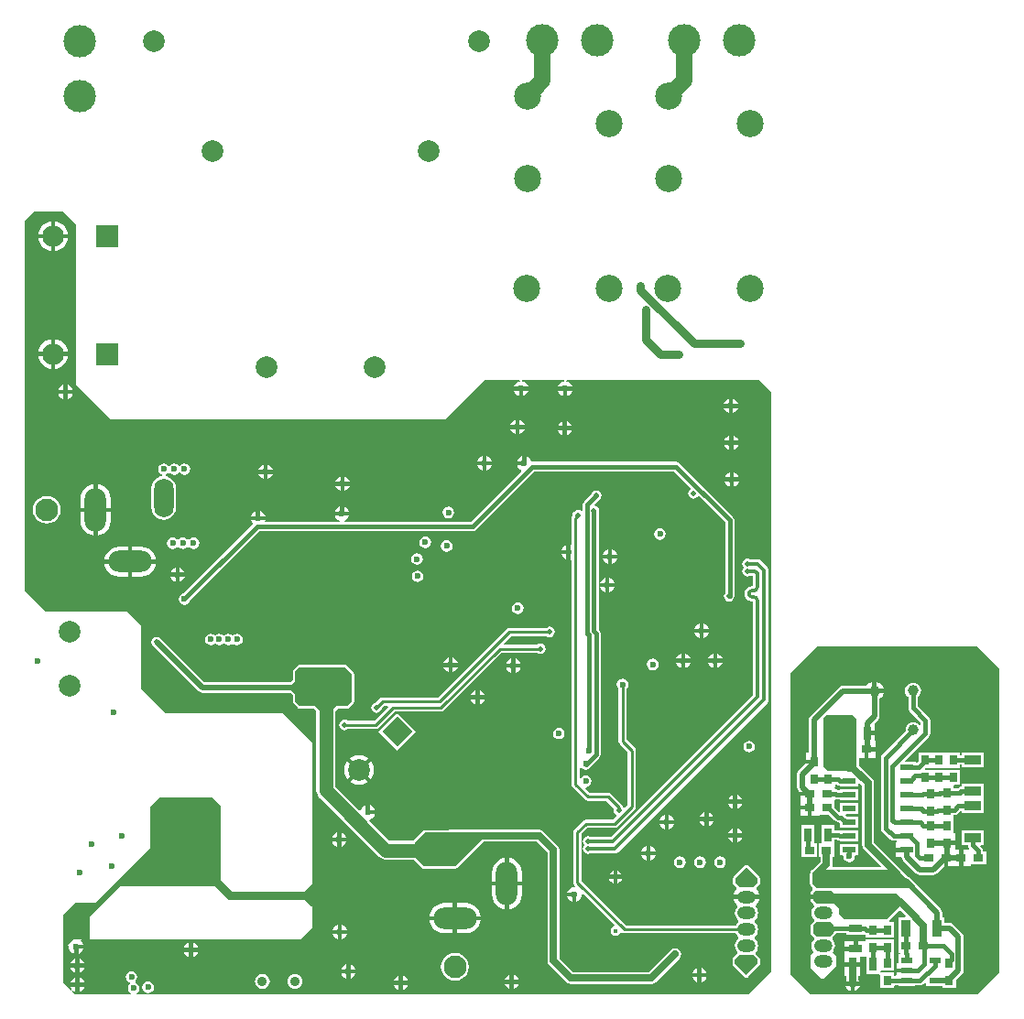
<source format=gbl>
G04*
G04 #@! TF.GenerationSoftware,Altium Limited,Altium Designer,22.6.1 (34)*
G04*
G04 Layer_Physical_Order=4*
G04 Layer_Color=16711680*
%FSLAX25Y25*%
%MOIN*%
G70*
G04*
G04 #@! TF.SameCoordinates,8414C9FA-97DA-49A9-B933-D5EF8910B524*
G04*
G04*
G04 #@! TF.FilePolarity,Positive*
G04*
G01*
G75*
%ADD60C,0.08268*%
%ADD62C,0.03937*%
%ADD66R,0.03800X0.03100*%
%ADD68R,0.02756X0.05118*%
%ADD69R,0.05118X0.02756*%
%ADD75R,0.03100X0.03800*%
%ADD99C,0.01100*%
%ADD100C,0.06000*%
%ADD101C,0.01470*%
%ADD102C,0.01500*%
%ADD103C,0.02000*%
%ADD104C,0.02500*%
%ADD106C,0.03000*%
%ADD110C,0.11811*%
%ADD111O,0.06693X0.04724*%
%ADD112C,0.09843*%
%ADD113O,0.14173X0.07087*%
%ADD114O,0.07874X0.15748*%
%ADD115O,0.15748X0.07874*%
%ADD116C,0.07874*%
%ADD117P,0.11136X4X270.0*%
%ADD118C,0.03543*%
%ADD119C,0.01181*%
%ADD120O,0.07087X0.14173*%
%ADD121R,0.07874X0.07874*%
%ADD122C,0.01968*%
%ADD123C,0.02362*%
%ADD124C,0.01772*%
%ADD171R,0.06299X0.03543*%
%ADD172R,0.04331X0.02362*%
%ADD173R,0.03543X0.06299*%
%ADD174R,0.04646X0.02284*%
%ADD175C,0.05000*%
G36*
X23228Y282874D02*
Y224409D01*
X35827Y211811D01*
X157677D01*
X172047Y226181D01*
X184789D01*
X184821Y225681D01*
X184536Y225644D01*
X183884Y225373D01*
X183324Y224944D01*
X182894Y224384D01*
X182645Y223781D01*
X187828D01*
X187578Y224384D01*
X187148Y224944D01*
X186588Y225373D01*
X185936Y225644D01*
X185651Y225681D01*
X185684Y226181D01*
X200930D01*
X200963Y225681D01*
X200678Y225644D01*
X200026Y225373D01*
X199466Y224944D01*
X199036Y224384D01*
X198787Y223781D01*
X203969D01*
X203720Y224384D01*
X203290Y224944D01*
X202730Y225373D01*
X202078Y225644D01*
X201793Y225681D01*
X201826Y226181D01*
X272047Y226181D01*
X276378Y221850D01*
Y10827D01*
X267913Y2362D01*
X45402D01*
X45250Y2862D01*
X45792Y3224D01*
X46252Y3912D01*
X46413Y4724D01*
X46252Y5536D01*
X45792Y6225D01*
X45103Y6685D01*
X44944Y6716D01*
X44839Y7247D01*
X45004Y7358D01*
X45464Y8046D01*
X45626Y8858D01*
X45464Y9670D01*
X45004Y10359D01*
X44316Y10819D01*
X43504Y10980D01*
X42692Y10819D01*
X42004Y10359D01*
X41544Y9670D01*
X41382Y8858D01*
X41544Y8046D01*
X42004Y7358D01*
X42692Y6898D01*
X42851Y6866D01*
X42957Y6335D01*
X42791Y6225D01*
X42331Y5536D01*
X42169Y4724D01*
X42331Y3912D01*
X42791Y3224D01*
X43332Y2862D01*
X43181Y2362D01*
X23031D01*
X21769Y3624D01*
X22100Y4001D01*
X22175Y3943D01*
X22504Y3691D01*
X23106Y3441D01*
Y5283D01*
X21265D01*
X21514Y4681D01*
X21767Y4352D01*
X21825Y4276D01*
X21448Y3946D01*
X18701Y6693D01*
Y18701D01*
X20267Y20267D01*
X20741Y20034D01*
X20721Y19882D01*
X20813Y19182D01*
X21083Y18530D01*
X21513Y17970D01*
X22073Y17540D01*
X22675Y17290D01*
Y19882D01*
X23425D01*
Y20632D01*
X26017D01*
X25767Y21234D01*
X25337Y21794D01*
X25146Y21941D01*
X25316Y22441D01*
X22441D01*
X18701Y18701D01*
Y31526D01*
X23169Y35994D01*
X30413D01*
X50177Y55758D01*
Y70718D01*
X53681Y74222D01*
X72815D01*
X75925Y71112D01*
Y44301D01*
X80413Y39813D01*
X106240D01*
X108917Y42490D01*
X109114Y42293D01*
Y34498D01*
X106752Y36860D01*
X78957D01*
X73839Y41978D01*
X39390D01*
X28346Y30935D01*
Y22441D01*
X104921D01*
X109252Y26772D01*
Y94291D01*
X98819Y104724D01*
X55905Y104724D01*
X46850Y113779D01*
Y137008D01*
X41929Y141929D01*
X30512Y141929D01*
X12205Y141929D01*
X4528Y149606D01*
X4528Y198622D01*
Y283858D01*
X8071Y287402D01*
X18701D01*
X23228Y282874D01*
D02*
G37*
G36*
X359449Y120866D02*
Y10630D01*
X351181Y2362D01*
X290563D01*
X283268Y9657D01*
Y119280D01*
X293122Y129134D01*
X351181D01*
X359449Y120866D01*
D02*
G37*
%LPC*%
G36*
X15711Y283928D02*
Y279293D01*
X20346D01*
X20258Y279963D01*
X19710Y281285D01*
X18838Y282421D01*
X17703Y283293D01*
X16380Y283840D01*
X15711Y283928D01*
D02*
G37*
G36*
X14211D02*
X13541Y283840D01*
X12219Y283293D01*
X11083Y282421D01*
X10211Y281285D01*
X9664Y279963D01*
X9575Y279293D01*
X14211D01*
Y283928D01*
D02*
G37*
G36*
X20346Y277793D02*
X15711D01*
Y273158D01*
X16380Y273246D01*
X17703Y273794D01*
X18838Y274666D01*
X19710Y275801D01*
X20258Y277124D01*
X20346Y277793D01*
D02*
G37*
G36*
X14211D02*
X9575D01*
X9664Y277124D01*
X10211Y275801D01*
X11083Y274666D01*
X12219Y273794D01*
X13541Y273246D01*
X14211Y273158D01*
Y277793D01*
D02*
G37*
G36*
X15711Y241015D02*
Y236380D01*
X20346D01*
X20258Y237049D01*
X19710Y238372D01*
X18838Y239508D01*
X17703Y240379D01*
X16380Y240927D01*
X15711Y241015D01*
D02*
G37*
G36*
X14211D02*
X13541Y240927D01*
X12219Y240379D01*
X11083Y239508D01*
X10211Y238372D01*
X9664Y237049D01*
X9575Y236380D01*
X14211D01*
Y241015D01*
D02*
G37*
G36*
X20346Y234880D02*
X15711D01*
Y230245D01*
X16380Y230333D01*
X17703Y230881D01*
X18838Y231752D01*
X19710Y232888D01*
X20258Y234211D01*
X20346Y234880D01*
D02*
G37*
G36*
X14211D02*
X9575D01*
X9664Y234211D01*
X10211Y232888D01*
X11083Y231752D01*
X12219Y230881D01*
X13541Y230333D01*
X14211Y230245D01*
Y234880D01*
D02*
G37*
G36*
X20238Y224442D02*
Y222600D01*
X22080D01*
X21830Y223202D01*
X21400Y223763D01*
X20840Y224192D01*
X20238Y224442D01*
D02*
G37*
G36*
X18738D02*
X18136Y224192D01*
X17576Y223763D01*
X17146Y223202D01*
X16897Y222600D01*
X18738D01*
Y224442D01*
D02*
G37*
G36*
X203969Y222282D02*
X202128D01*
Y220440D01*
X202730Y220690D01*
X203290Y221119D01*
X203720Y221679D01*
X203969Y222282D01*
D02*
G37*
G36*
X200628D02*
X198787D01*
X199036Y221679D01*
X199466Y221119D01*
X200026Y220690D01*
X200628Y220440D01*
Y222282D01*
D02*
G37*
G36*
X187828D02*
X185986D01*
Y220440D01*
X186588Y220690D01*
X187148Y221119D01*
X187578Y221679D01*
X187828Y222282D01*
D02*
G37*
G36*
X184486D02*
X182645D01*
X182894Y221679D01*
X183324Y221119D01*
X183884Y220690D01*
X184486Y220440D01*
Y222282D01*
D02*
G37*
G36*
X22080Y221100D02*
X20238D01*
Y219259D01*
X20840Y219508D01*
X21400Y219938D01*
X21830Y220498D01*
X22080Y221100D01*
D02*
G37*
G36*
X18738D02*
X16897D01*
X17146Y220498D01*
X17576Y219938D01*
X18136Y219508D01*
X18738Y219259D01*
Y221100D01*
D02*
G37*
G36*
X262364Y219324D02*
Y217482D01*
X264206D01*
X263956Y218084D01*
X263526Y218644D01*
X262966Y219074D01*
X262364Y219324D01*
D02*
G37*
G36*
X260864D02*
X260262Y219074D01*
X259702Y218644D01*
X259272Y218084D01*
X259023Y217482D01*
X260864D01*
Y219324D01*
D02*
G37*
G36*
X264206Y215982D02*
X262364D01*
Y214141D01*
X262966Y214390D01*
X263526Y214820D01*
X263956Y215380D01*
X264206Y215982D01*
D02*
G37*
G36*
X260864D02*
X259023D01*
X259272Y215380D01*
X259702Y214820D01*
X260262Y214390D01*
X260864Y214141D01*
Y215982D01*
D02*
G37*
G36*
X184805Y211647D02*
Y209805D01*
X186646D01*
X186397Y210407D01*
X185967Y210967D01*
X185407Y211397D01*
X184805Y211647D01*
D02*
G37*
G36*
X183305D02*
X182703Y211397D01*
X182143Y210967D01*
X181713Y210407D01*
X181464Y209805D01*
X183305D01*
Y211647D01*
D02*
G37*
G36*
X201931Y211253D02*
Y209411D01*
X203772D01*
X203523Y210014D01*
X203093Y210574D01*
X202533Y211003D01*
X201931Y211253D01*
D02*
G37*
G36*
X200431D02*
X199829Y211003D01*
X199269Y210574D01*
X198839Y210014D01*
X198590Y209411D01*
X200431D01*
Y211253D01*
D02*
G37*
G36*
X186646Y208305D02*
X184805D01*
Y206464D01*
X185407Y206713D01*
X185967Y207143D01*
X186397Y207703D01*
X186646Y208305D01*
D02*
G37*
G36*
X183305D02*
X181464D01*
X181713Y207703D01*
X182143Y207143D01*
X182703Y206713D01*
X183305Y206464D01*
Y208305D01*
D02*
G37*
G36*
X203772Y207911D02*
X201931D01*
Y206070D01*
X202533Y206319D01*
X203093Y206749D01*
X203523Y207309D01*
X203772Y207911D01*
D02*
G37*
G36*
X200431D02*
X198590D01*
X198839Y207309D01*
X199269Y206749D01*
X199829Y206319D01*
X200431Y206070D01*
Y207911D01*
D02*
G37*
G36*
X262561Y205938D02*
Y204097D01*
X264402D01*
X264153Y204699D01*
X263723Y205259D01*
X263163Y205688D01*
X262561Y205938D01*
D02*
G37*
G36*
X261061D02*
X260459Y205688D01*
X259899Y205259D01*
X259469Y204699D01*
X259220Y204097D01*
X261061D01*
Y205938D01*
D02*
G37*
G36*
X264402Y202596D02*
X262561D01*
Y200755D01*
X263163Y201005D01*
X263723Y201434D01*
X264153Y201994D01*
X264402Y202596D01*
D02*
G37*
G36*
X261061D02*
X259220D01*
X259469Y201994D01*
X259899Y201434D01*
X260459Y201005D01*
X261061Y200755D01*
Y202596D01*
D02*
G37*
G36*
X185667Y198458D02*
X185065Y198208D01*
X184505Y197778D01*
X184075Y197218D01*
X183826Y196616D01*
X185667D01*
Y198458D01*
D02*
G37*
G36*
X172797D02*
Y196616D01*
X174639D01*
X174389Y197218D01*
X173959Y197778D01*
X173399Y198208D01*
X172797Y198458D01*
D02*
G37*
G36*
X171297D02*
X170695Y198208D01*
X170135Y197778D01*
X169705Y197218D01*
X169456Y196616D01*
X171297D01*
Y198458D01*
D02*
G37*
G36*
X62795Y195823D02*
X61983Y195661D01*
X61295Y195201D01*
X61175Y195022D01*
X60675D01*
X60555Y195201D01*
X59867Y195661D01*
X59055Y195823D01*
X58243Y195661D01*
X57555Y195201D01*
X57435Y195022D01*
X56935D01*
X56815Y195201D01*
X56127Y195661D01*
X55315Y195823D01*
X54503Y195661D01*
X53815Y195201D01*
X53355Y194513D01*
X53193Y193701D01*
X53355Y192889D01*
X53815Y192200D01*
X54503Y191740D01*
X54616Y191718D01*
X54599Y191211D01*
X54057Y191140D01*
X52976Y190692D01*
X52047Y189980D01*
X51335Y189052D01*
X50888Y187971D01*
X50735Y186811D01*
Y179724D01*
X50888Y178565D01*
X51335Y177484D01*
X52047Y176555D01*
X52976Y175843D01*
X54057Y175396D01*
X55216Y175243D01*
X56376Y175396D01*
X57457Y175843D01*
X58385Y176555D01*
X59098Y177484D01*
X59545Y178565D01*
X59698Y179724D01*
Y186811D01*
X59545Y187971D01*
X59098Y189052D01*
X58385Y189980D01*
X57457Y190692D01*
X56376Y191140D01*
X55952Y191196D01*
X55935Y191702D01*
X56127Y191740D01*
X56815Y192200D01*
X56935Y192379D01*
X57435D01*
X57555Y192200D01*
X58243Y191740D01*
X59055Y191579D01*
X59867Y191740D01*
X60555Y192200D01*
X60675Y192379D01*
X61175D01*
X61295Y192200D01*
X61983Y191740D01*
X62795Y191579D01*
X63607Y191740D01*
X64296Y192200D01*
X64756Y192889D01*
X64917Y193701D01*
X64756Y194513D01*
X64296Y195201D01*
X63607Y195661D01*
X62795Y195823D01*
D02*
G37*
G36*
X93073Y195308D02*
Y193466D01*
X94914D01*
X94665Y194069D01*
X94235Y194629D01*
X93675Y195059D01*
X93073Y195308D01*
D02*
G37*
G36*
X91573D02*
X90971Y195059D01*
X90411Y194629D01*
X89981Y194069D01*
X89732Y193466D01*
X91573D01*
Y195308D01*
D02*
G37*
G36*
X174639Y195116D02*
X172797D01*
Y193275D01*
X173399Y193524D01*
X173959Y193954D01*
X174389Y194514D01*
X174639Y195116D01*
D02*
G37*
G36*
X171297D02*
X169456D01*
X169705Y194514D01*
X170135Y193954D01*
X170695Y193524D01*
X171297Y193275D01*
Y195116D01*
D02*
G37*
G36*
X262758Y192552D02*
Y190711D01*
X264599D01*
X264350Y191313D01*
X263920Y191873D01*
X263360Y192303D01*
X262758Y192552D01*
D02*
G37*
G36*
X261258D02*
X260656Y192303D01*
X260096Y191873D01*
X259666Y191313D01*
X259417Y190711D01*
X261258D01*
Y192552D01*
D02*
G37*
G36*
X94914Y191966D02*
X93073D01*
Y190125D01*
X93675Y190375D01*
X94235Y190804D01*
X94665Y191364D01*
X94914Y191966D01*
D02*
G37*
G36*
X91573D02*
X89732D01*
X89981Y191364D01*
X90411Y190804D01*
X90971Y190375D01*
X91573Y190125D01*
Y191966D01*
D02*
G37*
G36*
X121026Y190977D02*
Y189136D01*
X122867D01*
X122617Y189738D01*
X122188Y190298D01*
X121628Y190728D01*
X121026Y190977D01*
D02*
G37*
G36*
X119526D02*
X118923Y190728D01*
X118363Y190298D01*
X117934Y189738D01*
X117684Y189136D01*
X119526D01*
Y190977D01*
D02*
G37*
G36*
X264599Y189211D02*
X262758D01*
Y187369D01*
X263360Y187619D01*
X263920Y188048D01*
X264350Y188609D01*
X264599Y189211D01*
D02*
G37*
G36*
X261258D02*
X259417D01*
X259666Y188609D01*
X260096Y188048D01*
X260656Y187619D01*
X261258Y187369D01*
Y189211D01*
D02*
G37*
G36*
X122867Y187636D02*
X121026D01*
Y185794D01*
X121628Y186044D01*
X122188Y186474D01*
X122617Y187034D01*
X122867Y187636D01*
D02*
G37*
G36*
X119526D02*
X117684D01*
X117934Y187034D01*
X118363Y186474D01*
X118923Y186044D01*
X119526Y185794D01*
Y187636D01*
D02*
G37*
G36*
X31163Y188259D02*
Y179687D01*
X35897D01*
Y182874D01*
X35710Y184293D01*
X35163Y185616D01*
X34291Y186752D01*
X33155Y187623D01*
X31833Y188171D01*
X31163Y188259D01*
D02*
G37*
G36*
X29663D02*
X28994Y188171D01*
X27671Y187623D01*
X26536Y186752D01*
X25664Y185616D01*
X25116Y184293D01*
X24929Y182874D01*
Y179687D01*
X29663D01*
Y188259D01*
D02*
G37*
G36*
X212598Y185976D02*
X211863Y185830D01*
X211240Y185414D01*
X210823Y184790D01*
X210791Y184627D01*
X208187Y182023D01*
X207822Y181477D01*
X207694Y180833D01*
Y178583D01*
X207475Y178453D01*
X207194Y178373D01*
X206641Y178743D01*
X205906Y178890D01*
X205170Y178743D01*
X204547Y178327D01*
X204131Y177704D01*
X203984Y176969D01*
X204001Y176884D01*
X203752Y176512D01*
X203640Y175946D01*
Y166508D01*
X203309Y166311D01*
Y163583D01*
Y160854D01*
X203640Y160657D01*
Y78937D01*
X203752Y78371D01*
X204073Y77892D01*
X208554Y73410D01*
X209034Y73090D01*
X209600Y72977D01*
X216271D01*
X219086Y70161D01*
X218951Y69482D01*
X219097Y68747D01*
X219514Y68124D01*
X219835Y67909D01*
X219914Y67280D01*
X218679Y66045D01*
X208858D01*
X208293Y65933D01*
X207813Y65612D01*
X204663Y62463D01*
X204343Y61983D01*
X204230Y61417D01*
Y43307D01*
X204343Y42741D01*
X204663Y42262D01*
X204969Y41956D01*
X204736Y41482D01*
X204724Y41484D01*
X204025Y41392D01*
X203372Y41122D01*
X202812Y40692D01*
X202382Y40132D01*
X202133Y39529D01*
X204724D01*
Y38780D01*
X205474D01*
Y36188D01*
X206077Y36438D01*
X206637Y36867D01*
X207066Y37427D01*
X207336Y38080D01*
X207429Y38780D01*
X207427Y38791D01*
X207901Y39024D01*
X219167Y27758D01*
X219038Y27331D01*
X218962Y27255D01*
X218397Y26878D01*
X218003Y26287D01*
X217864Y25591D01*
X218003Y24894D01*
X218397Y24303D01*
X218988Y23908D01*
X219685Y23770D01*
X220382Y23908D01*
X220973Y24303D01*
X221350Y24868D01*
X221420Y24937D01*
X221909Y25056D01*
X222269Y24815D01*
X222835Y24703D01*
X263420D01*
X263489Y24536D01*
X264012Y23855D01*
X264431Y23533D01*
Y22924D01*
X264012Y22602D01*
X263489Y21921D01*
X263160Y21127D01*
X263048Y20276D01*
X263160Y19424D01*
X263489Y18630D01*
X263984Y17985D01*
X264011Y17922D01*
X263989Y17407D01*
X263960Y17358D01*
X262438Y15837D01*
X262239Y15539D01*
X262169Y15188D01*
Y13577D01*
X262239Y13226D01*
X262438Y12928D01*
X266522Y8845D01*
X266522Y8845D01*
X266820Y8646D01*
X267171Y8576D01*
X267522Y8646D01*
X267820Y8845D01*
X272061Y13086D01*
X272260Y13384D01*
X272330Y13735D01*
Y15188D01*
X272260Y15539D01*
X272061Y15837D01*
X270603Y17295D01*
X270560Y17674D01*
X270604Y17926D01*
X270634Y17949D01*
X271157Y18630D01*
X271485Y19424D01*
X271597Y20276D01*
X271485Y21127D01*
X271157Y21921D01*
X270634Y22602D01*
X270215Y22924D01*
Y23533D01*
X270634Y23855D01*
X271157Y24536D01*
X271485Y25330D01*
X271597Y26181D01*
X271485Y27033D01*
X271157Y27826D01*
X270634Y28508D01*
X270215Y28829D01*
Y29438D01*
X270634Y29760D01*
X271157Y30441D01*
X271485Y31235D01*
X271597Y32087D01*
X271485Y32938D01*
X271157Y33732D01*
X270699Y34329D01*
X270634Y34686D01*
Y34909D01*
X271062Y35238D01*
X271681Y36044D01*
X272070Y36984D01*
X272104Y37242D01*
X267323D01*
X262542D01*
X262576Y36984D01*
X262965Y36044D01*
X263584Y35238D01*
X264012Y34909D01*
Y34686D01*
X263947Y34329D01*
X263489Y33732D01*
X263160Y32938D01*
X263048Y32087D01*
X263160Y31235D01*
X263489Y30441D01*
X264012Y29760D01*
X264431Y29438D01*
Y28829D01*
X264012Y28508D01*
X263489Y27826D01*
X263420Y27659D01*
X223447D01*
X207187Y43920D01*
Y60805D01*
X209471Y63089D01*
X219291D01*
X219857Y63201D01*
X220337Y63521D01*
X226589Y69774D01*
X226910Y70254D01*
X227023Y70820D01*
Y91353D01*
X226910Y91919D01*
X226589Y92399D01*
X223723Y95266D01*
Y113839D01*
X223745Y113854D01*
X224204Y114542D01*
X224366Y115354D01*
X224204Y116166D01*
X223745Y116855D01*
X223056Y117315D01*
X222244Y117476D01*
X221432Y117315D01*
X220744Y116855D01*
X220284Y116166D01*
X220122Y115354D01*
X220284Y114542D01*
X220744Y113854D01*
X220766Y113839D01*
Y94653D01*
X220878Y94088D01*
X221199Y93608D01*
X224066Y90741D01*
Y71432D01*
X223074Y70440D01*
X222446Y70519D01*
X222288Y70754D01*
X222232Y71038D01*
X221912Y71518D01*
X217928Y75501D01*
X217449Y75821D01*
X216883Y75934D01*
X210212D01*
X208611Y77535D01*
X208857Y77996D01*
X208858Y77996D01*
X209670Y78157D01*
X210359Y78617D01*
X210819Y79306D01*
X210980Y80118D01*
X210819Y80930D01*
X210359Y81618D01*
X209670Y82078D01*
X208858Y82240D01*
X208046Y82078D01*
X207358Y81618D01*
X207097Y81227D01*
X206596Y81379D01*
Y85157D01*
X207097Y85308D01*
X207358Y84917D01*
X208046Y84457D01*
X208858Y84296D01*
X209670Y84457D01*
X210359Y84917D01*
X210819Y85606D01*
X210867Y85850D01*
X213698Y88681D01*
X214063Y89227D01*
X214191Y89871D01*
Y134001D01*
X214063Y134645D01*
X213698Y135191D01*
X213493Y135396D01*
Y177670D01*
X213586Y177808D01*
X213732Y178543D01*
X213586Y179279D01*
X213170Y179902D01*
X212546Y180318D01*
X212047Y180418D01*
X211870Y180947D01*
X213170Y182248D01*
X213334Y182280D01*
X213957Y182697D01*
X214373Y183320D01*
X214520Y184055D01*
X214373Y184790D01*
X213957Y185414D01*
X213334Y185830D01*
X212598Y185976D01*
D02*
G37*
G36*
X120829Y180150D02*
Y178309D01*
X122670D01*
X122421Y178911D01*
X121991Y179471D01*
X121431Y179901D01*
X120829Y180150D01*
D02*
G37*
G36*
X119329D02*
X118727Y179901D01*
X118167Y179471D01*
X117737Y178911D01*
X117487Y178309D01*
X119329D01*
Y180150D01*
D02*
G37*
G36*
X90317Y178379D02*
Y176537D01*
X92158D01*
X91909Y177139D01*
X91479Y177700D01*
X90919Y178129D01*
X90317Y178379D01*
D02*
G37*
G36*
X88817D02*
X88215Y178129D01*
X87655Y177700D01*
X87225Y177139D01*
X86976Y176537D01*
X88817D01*
Y178379D01*
D02*
G37*
G36*
X158858Y180075D02*
X158046Y179913D01*
X157358Y179453D01*
X156898Y178765D01*
X156736Y177953D01*
X156898Y177141D01*
X157358Y176452D01*
X158046Y175992D01*
X158858Y175831D01*
X159670Y175992D01*
X160359Y176452D01*
X160819Y177141D01*
X160980Y177953D01*
X160819Y178765D01*
X160359Y179453D01*
X159670Y179913D01*
X158858Y180075D01*
D02*
G37*
G36*
X12697Y184014D02*
X11383Y183841D01*
X10158Y183334D01*
X9107Y182527D01*
X8300Y181476D01*
X7793Y180251D01*
X7620Y178937D01*
X7793Y177623D01*
X8300Y176398D01*
X9107Y175347D01*
X10158Y174540D01*
X11383Y174033D01*
X12697Y173860D01*
X14011Y174033D01*
X15236Y174540D01*
X16287Y175347D01*
X17094Y176398D01*
X17601Y177623D01*
X17774Y178937D01*
X17601Y180251D01*
X17094Y181476D01*
X16287Y182527D01*
X15236Y183334D01*
X14011Y183841D01*
X12697Y184014D01*
D02*
G37*
G36*
X35897Y178187D02*
X31163D01*
Y169615D01*
X31833Y169703D01*
X33155Y170251D01*
X34291Y171122D01*
X35163Y172258D01*
X35710Y173581D01*
X35897Y175000D01*
Y178187D01*
D02*
G37*
G36*
X29663D02*
X24929D01*
Y175000D01*
X25116Y173581D01*
X25664Y172258D01*
X26536Y171122D01*
X27671Y170251D01*
X28994Y169703D01*
X29663Y169615D01*
Y178187D01*
D02*
G37*
G36*
X66043Y168854D02*
X65231Y168693D01*
X64543Y168233D01*
X64423Y168053D01*
X63923D01*
X63803Y168233D01*
X63115Y168693D01*
X62303Y168854D01*
X61491Y168693D01*
X60803Y168233D01*
X60683Y168053D01*
X60183D01*
X60063Y168233D01*
X59375Y168693D01*
X58563Y168854D01*
X57751Y168693D01*
X57063Y168233D01*
X56603Y167544D01*
X56441Y166732D01*
X56603Y165920D01*
X57063Y165232D01*
X57751Y164772D01*
X58563Y164610D01*
X59375Y164772D01*
X60063Y165232D01*
X60183Y165411D01*
X60683D01*
X60803Y165232D01*
X61491Y164772D01*
X62303Y164610D01*
X63115Y164772D01*
X63803Y165232D01*
X63923Y165411D01*
X64423D01*
X64543Y165232D01*
X65231Y164772D01*
X66043Y164610D01*
X66855Y164772D01*
X67544Y165232D01*
X68004Y165920D01*
X68165Y166732D01*
X68004Y167544D01*
X67544Y168233D01*
X66855Y168693D01*
X66043Y168854D01*
D02*
G37*
G36*
X235826Y172201D02*
X235014Y172039D01*
X234326Y171579D01*
X233866Y170891D01*
X233704Y170079D01*
X233866Y169267D01*
X234326Y168578D01*
X235014Y168118D01*
X235826Y167957D01*
X236638Y168118D01*
X237327Y168578D01*
X237787Y169267D01*
X237948Y170079D01*
X237787Y170891D01*
X237327Y171579D01*
X236638Y172039D01*
X235826Y172201D01*
D02*
G37*
G36*
X150394Y169248D02*
X149582Y169086D01*
X148893Y168626D01*
X148433Y167938D01*
X148272Y167126D01*
X148433Y166314D01*
X148893Y165626D01*
X149582Y165166D01*
X150394Y165004D01*
X151206Y165166D01*
X151894Y165626D01*
X152354Y166314D01*
X152516Y167126D01*
X152354Y167938D01*
X151894Y168626D01*
X151206Y169086D01*
X150394Y169248D01*
D02*
G37*
G36*
X201809Y166174D02*
X201207Y165925D01*
X200647Y165495D01*
X200217Y164935D01*
X199968Y164333D01*
X201809D01*
Y166174D01*
D02*
G37*
G36*
X158268Y167870D02*
X157456Y167708D01*
X156767Y167248D01*
X156307Y166560D01*
X156146Y165748D01*
X156307Y164936D01*
X156767Y164248D01*
X157456Y163788D01*
X158268Y163626D01*
X159080Y163788D01*
X159768Y164248D01*
X160228Y164936D01*
X160390Y165748D01*
X160228Y166560D01*
X159768Y167248D01*
X159080Y167708D01*
X158268Y167870D01*
D02*
G37*
G36*
X218466Y164402D02*
Y162561D01*
X220308D01*
X220058Y163163D01*
X219629Y163723D01*
X219069Y164153D01*
X218466Y164402D01*
D02*
G37*
G36*
X216967D02*
X216364Y164153D01*
X215804Y163723D01*
X215375Y163163D01*
X215125Y162561D01*
X216967D01*
Y164402D01*
D02*
G37*
G36*
X201809Y162833D02*
X199968D01*
X200217Y162231D01*
X200647Y161670D01*
X201207Y161241D01*
X201809Y160991D01*
Y162833D01*
D02*
G37*
G36*
X46949Y165523D02*
X43762D01*
Y160789D01*
X52334D01*
X52246Y161459D01*
X51698Y162781D01*
X50827Y163917D01*
X49691Y164789D01*
X48368Y165336D01*
X46949Y165523D01*
D02*
G37*
G36*
X42262D02*
X39075D01*
X37655Y165336D01*
X36333Y164789D01*
X35197Y163917D01*
X34326Y162781D01*
X33778Y161459D01*
X33690Y160789D01*
X42262D01*
Y165523D01*
D02*
G37*
G36*
X220308Y161061D02*
X218466D01*
Y159220D01*
X219069Y159469D01*
X219629Y159899D01*
X220058Y160459D01*
X220308Y161061D01*
D02*
G37*
G36*
X216967D02*
X215125D01*
X215375Y160459D01*
X215804Y159899D01*
X216364Y159469D01*
X216967Y159220D01*
Y161061D01*
D02*
G37*
G36*
X147441Y163145D02*
X146629Y162984D01*
X145941Y162524D01*
X145481Y161836D01*
X145319Y161024D01*
X145481Y160212D01*
X145941Y159523D01*
X146629Y159063D01*
X147441Y158902D01*
X148253Y159063D01*
X148941Y159523D01*
X149401Y160212D01*
X149563Y161024D01*
X149401Y161836D01*
X148941Y162524D01*
X148253Y162984D01*
X147441Y163145D01*
D02*
G37*
G36*
X60986Y157906D02*
Y156065D01*
X62828D01*
X62578Y156667D01*
X62148Y157227D01*
X61588Y157657D01*
X60986Y157906D01*
D02*
G37*
G36*
X59486D02*
X58884Y157657D01*
X58324Y157227D01*
X57894Y156667D01*
X57645Y156065D01*
X59486D01*
Y157906D01*
D02*
G37*
G36*
X52334Y159289D02*
X43762D01*
Y154555D01*
X46949D01*
X48368Y154742D01*
X49691Y155290D01*
X50827Y156162D01*
X51698Y157297D01*
X52246Y158620D01*
X52334Y159289D01*
D02*
G37*
G36*
X42262D02*
X33690D01*
X33778Y158620D01*
X34326Y157297D01*
X35197Y156162D01*
X36333Y155290D01*
X37655Y154742D01*
X39075Y154555D01*
X42262D01*
Y159289D01*
D02*
G37*
G36*
X62828Y154565D02*
X60986D01*
Y152724D01*
X61588Y152973D01*
X62148Y153403D01*
X62578Y153963D01*
X62828Y154565D01*
D02*
G37*
G36*
X59486D02*
X57645D01*
X57894Y153963D01*
X58324Y153403D01*
X58884Y152973D01*
X59486Y152724D01*
Y154565D01*
D02*
G37*
G36*
X147638Y156846D02*
X146826Y156685D01*
X146137Y156225D01*
X145677Y155536D01*
X145516Y154724D01*
X145677Y153912D01*
X146137Y153224D01*
X146826Y152764D01*
X147638Y152603D01*
X148450Y152764D01*
X149138Y153224D01*
X149598Y153912D01*
X149760Y154724D01*
X149598Y155536D01*
X149138Y156225D01*
X148450Y156685D01*
X147638Y156846D01*
D02*
G37*
G36*
X217482Y154166D02*
Y152325D01*
X219324D01*
X219074Y152927D01*
X218644Y153487D01*
X218084Y153917D01*
X217482Y154166D01*
D02*
G37*
G36*
X215982D02*
X215380Y153917D01*
X214820Y153487D01*
X214390Y152927D01*
X214141Y152325D01*
X215982D01*
Y154166D01*
D02*
G37*
G36*
X219324Y150825D02*
X217482D01*
Y148983D01*
X218084Y149233D01*
X218644Y149663D01*
X219074Y150223D01*
X219324Y150825D01*
D02*
G37*
G36*
X215982D02*
X214141D01*
X214390Y150223D01*
X214820Y149663D01*
X215380Y149233D01*
X215982Y148983D01*
Y150825D01*
D02*
G37*
G36*
X187167Y198458D02*
Y195866D01*
X186417D01*
Y195116D01*
X183826D01*
X184075Y194514D01*
X184505Y193954D01*
X185065Y193524D01*
X185190Y193472D01*
X185288Y192982D01*
X166823Y174517D01*
X121047D01*
X120948Y175017D01*
X121431Y175217D01*
X121991Y175647D01*
X122421Y176207D01*
X122670Y176809D01*
X117487D01*
X117737Y176207D01*
X118167Y175647D01*
X118727Y175217D01*
X119210Y175017D01*
X119110Y174517D01*
X92393D01*
X92115Y174933D01*
X92158Y175037D01*
X86976D01*
X87225Y174435D01*
X87655Y173875D01*
X87666Y173706D01*
X62474Y148515D01*
X61983Y148417D01*
X61295Y147957D01*
X60835Y147269D01*
X60673Y146457D01*
X60835Y145645D01*
X61295Y144956D01*
X61983Y144496D01*
X62795Y144335D01*
X63607Y144496D01*
X64296Y144956D01*
X64756Y145645D01*
X64853Y146135D01*
X89870Y171152D01*
X167520D01*
X168164Y171280D01*
X168709Y171645D01*
X190067Y193003D01*
X240935D01*
X246950Y186987D01*
X246887Y186344D01*
X246673Y186201D01*
X246257Y185578D01*
X246110Y184843D01*
X246257Y184107D01*
X246673Y183484D01*
X247296Y183068D01*
X248031Y182921D01*
X248767Y183068D01*
X249390Y183484D01*
X249533Y183698D01*
X250176Y183761D01*
X259538Y174399D01*
Y148609D01*
X259249Y148176D01*
X259103Y147441D01*
X259249Y146706D01*
X259665Y146082D01*
X260288Y145666D01*
X261024Y145520D01*
X261759Y145666D01*
X262382Y146082D01*
X262799Y146706D01*
X262945Y147441D01*
X262903Y147652D01*
Y175096D01*
X262903Y175096D01*
X262775Y175740D01*
X262410Y176286D01*
X242821Y195875D01*
X242275Y196239D01*
X241632Y196367D01*
X189370D01*
X189370Y196367D01*
X189321Y196358D01*
X189029Y196566D01*
X188759Y197218D01*
X188330Y197778D01*
X187769Y198208D01*
X187167Y198458D01*
D02*
G37*
G36*
X184055Y145232D02*
X183243Y145071D01*
X182555Y144611D01*
X182095Y143922D01*
X181933Y143110D01*
X182095Y142298D01*
X182555Y141610D01*
X183243Y141150D01*
X184055Y140988D01*
X184867Y141150D01*
X185556Y141610D01*
X186015Y142298D01*
X186177Y143110D01*
X186015Y143922D01*
X185556Y144611D01*
X184867Y145071D01*
X184055Y145232D01*
D02*
G37*
G36*
X251734Y137434D02*
Y135592D01*
X253576D01*
X253326Y136195D01*
X252896Y136755D01*
X252336Y137185D01*
X251734Y137434D01*
D02*
G37*
G36*
X250234D02*
X249632Y137185D01*
X249072Y136755D01*
X248642Y136195D01*
X248393Y135592D01*
X250234D01*
Y137434D01*
D02*
G37*
G36*
X81890Y133815D02*
X81078Y133653D01*
X80702Y133402D01*
X80315Y133227D01*
X79928Y133402D01*
X79552Y133653D01*
X78740Y133815D01*
X77928Y133653D01*
X77240Y133193D01*
X76894D01*
X76206Y133653D01*
X75394Y133815D01*
X74582Y133653D01*
X73917Y133209D01*
X73253Y133653D01*
X72441Y133815D01*
X71629Y133653D01*
X70941Y133193D01*
X70481Y132505D01*
X70319Y131693D01*
X70481Y130881D01*
X70941Y130192D01*
X71629Y129733D01*
X72441Y129571D01*
X73253Y129733D01*
X73917Y130176D01*
X74582Y129733D01*
X75394Y129571D01*
X76206Y129733D01*
X76894Y130192D01*
X77240D01*
X77928Y129733D01*
X78740Y129571D01*
X79552Y129733D01*
X79928Y129983D01*
X80315Y130159D01*
X80702Y129983D01*
X81078Y129733D01*
X81890Y129571D01*
X82702Y129733D01*
X83390Y130192D01*
X83850Y130881D01*
X84012Y131693D01*
X83850Y132505D01*
X83390Y133193D01*
X82702Y133653D01*
X81890Y133815D01*
D02*
G37*
G36*
X195669Y136370D02*
X194934Y136224D01*
X194490Y135927D01*
X181116D01*
X180550Y135815D01*
X180070Y135494D01*
X155110Y110533D01*
X134843D01*
X134277Y110421D01*
X133797Y110100D01*
X132465Y108769D01*
X131942Y108665D01*
X131319Y108248D01*
X130902Y107625D01*
X130756Y106890D01*
X130902Y106155D01*
X131319Y105531D01*
X131942Y105115D01*
X132677Y104969D01*
X133412Y105115D01*
X134036Y105531D01*
X134452Y106155D01*
X134556Y106678D01*
X135455Y107577D01*
X136722D01*
X136914Y107115D01*
X131868Y102069D01*
X122242D01*
X121798Y102366D01*
X121063Y102512D01*
X120328Y102366D01*
X119704Y101949D01*
X119288Y101326D01*
X119142Y100591D01*
X119288Y99855D01*
X119704Y99232D01*
X120328Y98816D01*
X121063Y98669D01*
X121798Y98816D01*
X122242Y99112D01*
X132480D01*
X133046Y99225D01*
X133526Y99545D01*
X139392Y105411D01*
X140153D01*
X140197Y104911D01*
X139887Y104601D01*
X133387Y98101D01*
X140227Y91261D01*
X147068Y98101D01*
X140580Y104590D01*
X140258Y104911D01*
X140302Y105411D01*
X156102D01*
X156668Y105524D01*
X157148Y105844D01*
X178171Y126868D01*
X191144D01*
X191588Y126572D01*
X192323Y126425D01*
X193058Y126572D01*
X193681Y126988D01*
X194098Y127611D01*
X194244Y128347D01*
X194098Y129082D01*
X193681Y129705D01*
X193058Y130121D01*
X192323Y130268D01*
X191588Y130121D01*
X191144Y129825D01*
X179236D01*
X179045Y130287D01*
X181728Y132970D01*
X194490D01*
X194934Y132674D01*
X195669Y132528D01*
X196405Y132674D01*
X197028Y133090D01*
X197444Y133714D01*
X197590Y134449D01*
X197444Y135184D01*
X197028Y135807D01*
X196405Y136224D01*
X195669Y136370D01*
D02*
G37*
G36*
X253576Y134092D02*
X251734D01*
Y132251D01*
X252336Y132501D01*
X252896Y132930D01*
X253326Y133490D01*
X253576Y134092D01*
D02*
G37*
G36*
X250234D02*
X248393D01*
X248642Y133490D01*
X249072Y132930D01*
X249632Y132501D01*
X250234Y132251D01*
Y134092D01*
D02*
G37*
G36*
X256656Y126607D02*
Y124766D01*
X258497D01*
X258247Y125368D01*
X257818Y125928D01*
X257258Y126358D01*
X256656Y126607D01*
D02*
G37*
G36*
X255155D02*
X254553Y126358D01*
X253993Y125928D01*
X253564Y125368D01*
X253314Y124766D01*
X255155D01*
Y126607D01*
D02*
G37*
G36*
X245041D02*
Y124766D01*
X246883D01*
X246633Y125368D01*
X246203Y125928D01*
X245643Y126358D01*
X245041Y126607D01*
D02*
G37*
G36*
X243541D02*
X242939Y126358D01*
X242379Y125928D01*
X241949Y125368D01*
X241700Y124766D01*
X243541D01*
Y126607D01*
D02*
G37*
G36*
X160396Y125032D02*
Y123191D01*
X162237D01*
X161988Y123793D01*
X161558Y124353D01*
X160998Y124783D01*
X160396Y125032D01*
D02*
G37*
G36*
X158896D02*
X158294Y124783D01*
X157734Y124353D01*
X157304Y123793D01*
X157054Y123191D01*
X158896D01*
Y125032D01*
D02*
G37*
G36*
X183230Y124835D02*
Y122994D01*
X185072D01*
X184822Y123596D01*
X184392Y124156D01*
X183832Y124586D01*
X183230Y124835D01*
D02*
G37*
G36*
X181730D02*
X181128Y124586D01*
X180568Y124156D01*
X180138Y123596D01*
X179889Y122994D01*
X181730D01*
Y124835D01*
D02*
G37*
G36*
X258497Y123266D02*
X256656D01*
Y121424D01*
X257258Y121674D01*
X257818Y122104D01*
X258247Y122664D01*
X258497Y123266D01*
D02*
G37*
G36*
X255155D02*
X253314D01*
X253564Y122664D01*
X253993Y122104D01*
X254553Y121674D01*
X255155Y121424D01*
Y123266D01*
D02*
G37*
G36*
X246883D02*
X245041D01*
Y121424D01*
X245643Y121674D01*
X246203Y122104D01*
X246633Y122664D01*
X246883Y123266D01*
D02*
G37*
G36*
X243541D02*
X241700D01*
X241949Y122664D01*
X242379Y122104D01*
X242939Y121674D01*
X243541Y121424D01*
Y123266D01*
D02*
G37*
G36*
X233265Y124767D02*
X232453Y124606D01*
X231765Y124146D01*
X231305Y123457D01*
X231144Y122645D01*
X231305Y121833D01*
X231765Y121145D01*
X232453Y120685D01*
X233265Y120523D01*
X234078Y120685D01*
X234766Y121145D01*
X235226Y121833D01*
X235387Y122645D01*
X235226Y123457D01*
X234766Y124146D01*
X234078Y124606D01*
X233265Y124767D01*
D02*
G37*
G36*
X162237Y121691D02*
X160396D01*
Y119850D01*
X160998Y120099D01*
X161558Y120529D01*
X161988Y121089D01*
X162237Y121691D01*
D02*
G37*
G36*
X158896D02*
X157054D01*
X157304Y121089D01*
X157734Y120529D01*
X158294Y120099D01*
X158896Y119850D01*
Y121691D01*
D02*
G37*
G36*
X185072Y121494D02*
X183230D01*
Y119653D01*
X183832Y119902D01*
X184392Y120332D01*
X184822Y120892D01*
X185072Y121494D01*
D02*
G37*
G36*
X181730D02*
X179889D01*
X180138Y120892D01*
X180568Y120332D01*
X181128Y119902D01*
X181730Y119653D01*
Y121494D01*
D02*
G37*
G36*
X170238Y113221D02*
Y111380D01*
X172080D01*
X171830Y111982D01*
X171400Y112542D01*
X170840Y112972D01*
X170238Y113221D01*
D02*
G37*
G36*
X168738D02*
X168136Y112972D01*
X167576Y112542D01*
X167146Y111982D01*
X166897Y111380D01*
X168738D01*
Y113221D01*
D02*
G37*
G36*
X172080Y109880D02*
X170238D01*
Y108039D01*
X170840Y108288D01*
X171400Y108718D01*
X171830Y109278D01*
X172080Y109880D01*
D02*
G37*
G36*
X168738D02*
X166897D01*
X167146Y109278D01*
X167576Y108718D01*
X168136Y108288D01*
X168738Y108039D01*
Y109880D01*
D02*
G37*
G36*
X198999Y99623D02*
X198187Y99462D01*
X197498Y99002D01*
X197038Y98313D01*
X196877Y97501D01*
X197038Y96689D01*
X197498Y96001D01*
X198187Y95541D01*
X198999Y95379D01*
X199811Y95541D01*
X200499Y96001D01*
X200959Y96689D01*
X201121Y97501D01*
X200959Y98313D01*
X200499Y99002D01*
X199811Y99462D01*
X198999Y99623D01*
D02*
G37*
G36*
X268307Y94838D02*
X267495Y94677D01*
X266807Y94217D01*
X266347Y93528D01*
X266185Y92716D01*
X266347Y91904D01*
X266807Y91216D01*
X267495Y90756D01*
X268307Y90595D01*
X269119Y90756D01*
X269808Y91216D01*
X270267Y91904D01*
X270429Y92716D01*
X270267Y93528D01*
X269808Y94217D01*
X269119Y94677D01*
X268307Y94838D01*
D02*
G37*
G36*
X126308Y89666D02*
X124889Y89479D01*
X123566Y88931D01*
X123030Y88520D01*
X126308Y85243D01*
X129586Y88520D01*
X129050Y88931D01*
X127727Y89479D01*
X126308Y89666D01*
D02*
G37*
G36*
X121970Y87460D02*
X121559Y86924D01*
X121011Y85601D01*
X120824Y84182D01*
X121011Y82763D01*
X121559Y81440D01*
X121970Y80905D01*
X125247Y84182D01*
X121970Y87460D01*
D02*
G37*
G36*
X130646Y87460D02*
X127369Y84182D01*
X130646Y80904D01*
X131057Y81440D01*
X131605Y82763D01*
X131792Y84182D01*
X131605Y85601D01*
X131057Y86924D01*
X130646Y87460D01*
D02*
G37*
G36*
X126308Y83121D02*
X123030Y79844D01*
X123566Y79433D01*
X124889Y78885D01*
X126308Y78698D01*
X127727Y78885D01*
X129050Y79433D01*
X129586Y79844D01*
X126308Y83121D01*
D02*
G37*
G36*
X263939Y75229D02*
Y73388D01*
X265780D01*
X265531Y73990D01*
X265101Y74550D01*
X264541Y74980D01*
X263939Y75229D01*
D02*
G37*
G36*
X262439D02*
X261837Y74980D01*
X261277Y74550D01*
X260847Y73990D01*
X260598Y73388D01*
X262439D01*
Y75229D01*
D02*
G37*
G36*
X265780Y71888D02*
X263939D01*
Y70047D01*
X264541Y70296D01*
X265101Y70726D01*
X265531Y71286D01*
X265780Y71888D01*
D02*
G37*
G36*
X262439D02*
X260598D01*
X260847Y71286D01*
X261277Y70726D01*
X261837Y70296D01*
X262439Y70047D01*
Y71888D01*
D02*
G37*
G36*
X130278Y71489D02*
Y69648D01*
X132119D01*
X131869Y70250D01*
X131440Y70810D01*
X130880Y71240D01*
X130278Y71489D01*
D02*
G37*
G36*
X253506Y68930D02*
Y67089D01*
X255347D01*
X255098Y67691D01*
X254668Y68251D01*
X254108Y68681D01*
X253506Y68930D01*
D02*
G37*
G36*
X252006D02*
X251404Y68681D01*
X250844Y68251D01*
X250414Y67691D01*
X250165Y67089D01*
X252006D01*
Y68930D01*
D02*
G37*
G36*
X239136Y67749D02*
Y65908D01*
X240977D01*
X240728Y66510D01*
X240298Y67070D01*
X239738Y67499D01*
X239136Y67749D01*
D02*
G37*
G36*
X237636D02*
X237034Y67499D01*
X236474Y67070D01*
X236044Y66510D01*
X235794Y65908D01*
X237636D01*
Y67749D01*
D02*
G37*
G36*
X255347Y65589D02*
X253506D01*
Y63747D01*
X254108Y63997D01*
X254668Y64426D01*
X255098Y64986D01*
X255347Y65589D01*
D02*
G37*
G36*
X252006D02*
X250165D01*
X250414Y64986D01*
X250844Y64426D01*
X251404Y63997D01*
X252006Y63747D01*
Y65589D01*
D02*
G37*
G36*
X240977Y64407D02*
X239136D01*
Y62566D01*
X239738Y62815D01*
X240298Y63245D01*
X240728Y63805D01*
X240977Y64407D01*
D02*
G37*
G36*
X237636D02*
X235794D01*
X236044Y63805D01*
X236474Y63245D01*
X237034Y62815D01*
X237636Y62566D01*
Y64407D01*
D02*
G37*
G36*
X263939Y63024D02*
Y61183D01*
X265780D01*
X265531Y61785D01*
X265101Y62345D01*
X264541Y62775D01*
X263939Y63024D01*
D02*
G37*
G36*
X262439D02*
X261837Y62775D01*
X261277Y62345D01*
X260847Y61785D01*
X260598Y61183D01*
X262439D01*
Y63024D01*
D02*
G37*
G36*
X267717Y161173D02*
X266981Y161027D01*
X266358Y160610D01*
X265942Y159987D01*
X265795Y159252D01*
X265942Y158517D01*
X266342Y157918D01*
X265942Y157319D01*
X265795Y156583D01*
X265942Y155848D01*
X266358Y155225D01*
X266981Y154808D01*
X267717Y154662D01*
X268452Y154808D01*
X268756Y155012D01*
X269630D01*
Y151120D01*
X269276D01*
X269149Y151095D01*
X268567Y151018D01*
X267905Y150744D01*
X267337Y150308D01*
X266901Y149740D01*
X266627Y149078D01*
X266533Y148368D01*
X266627Y147658D01*
X266901Y146997D01*
X267337Y146429D01*
X267905Y145993D01*
X268567Y145719D01*
X269149Y145642D01*
X269276Y145616D01*
X269630D01*
Y145079D01*
Y111554D01*
X217913Y59837D01*
X210542D01*
X210381Y59945D01*
X209646Y60091D01*
X208910Y59945D01*
X208287Y59529D01*
X207871Y58906D01*
X207724Y58170D01*
X207871Y57435D01*
X208271Y56836D01*
X207871Y56237D01*
X207724Y55502D01*
X207871Y54767D01*
X208287Y54143D01*
X208910Y53727D01*
X209646Y53581D01*
X210381Y53727D01*
X210542Y53835D01*
X219427D01*
X220065Y53962D01*
X220606Y54323D01*
X274945Y108662D01*
X275306Y109203D01*
X275433Y109841D01*
Y156841D01*
X275306Y157479D01*
X274945Y158020D01*
X272534Y160431D01*
X271993Y160792D01*
X271355Y160919D01*
X268613D01*
X268452Y161027D01*
X267717Y161173D01*
D02*
G37*
G36*
X119844Y61450D02*
Y59608D01*
X121686D01*
X121436Y60210D01*
X121007Y60770D01*
X120447Y61200D01*
X119844Y61450D01*
D02*
G37*
G36*
X118344D02*
X117742Y61200D01*
X117182Y60770D01*
X116753Y60210D01*
X116503Y59608D01*
X118344D01*
Y61450D01*
D02*
G37*
G36*
X265780Y59683D02*
X263939D01*
Y57842D01*
X264541Y58091D01*
X265101Y58521D01*
X265531Y59081D01*
X265780Y59683D01*
D02*
G37*
G36*
X262439D02*
X260598D01*
X260847Y59081D01*
X261277Y58521D01*
X261837Y58091D01*
X262439Y57842D01*
Y59683D01*
D02*
G37*
G36*
X121686Y58108D02*
X119844D01*
Y56267D01*
X120447Y56516D01*
X121007Y56946D01*
X121436Y57506D01*
X121686Y58108D01*
D02*
G37*
G36*
X118344D02*
X116503D01*
X116753Y57506D01*
X117182Y56946D01*
X117742Y56516D01*
X118344Y56267D01*
Y58108D01*
D02*
G37*
G36*
X232443Y56528D02*
Y54687D01*
X234284D01*
X234035Y55289D01*
X233605Y55849D01*
X233045Y56279D01*
X232443Y56528D01*
D02*
G37*
G36*
X230943D02*
X230341Y56279D01*
X229781Y55849D01*
X229351Y55289D01*
X229102Y54687D01*
X230943D01*
Y56528D01*
D02*
G37*
G36*
X234284Y53187D02*
X232443D01*
Y51346D01*
X233045Y51595D01*
X233605Y52025D01*
X234035Y52585D01*
X234284Y53187D01*
D02*
G37*
G36*
X230943D02*
X229102D01*
X229351Y52585D01*
X229781Y52025D01*
X230341Y51595D01*
X230943Y51346D01*
Y53187D01*
D02*
G37*
G36*
X257677Y52712D02*
X256865Y52551D01*
X256177Y52091D01*
X255717Y51402D01*
X255555Y50591D01*
X255717Y49779D01*
X256177Y49090D01*
X256865Y48630D01*
X257677Y48469D01*
X258489Y48630D01*
X259178Y49090D01*
X259637Y49779D01*
X259799Y50591D01*
X259637Y51402D01*
X259178Y52091D01*
X258489Y52551D01*
X257677Y52712D01*
D02*
G37*
G36*
X250394D02*
X249582Y52551D01*
X248893Y52091D01*
X248433Y51402D01*
X248272Y50591D01*
X248433Y49779D01*
X248893Y49090D01*
X249582Y48630D01*
X250394Y48469D01*
X251206Y48630D01*
X251894Y49090D01*
X252354Y49779D01*
X252516Y50591D01*
X252354Y51402D01*
X251894Y52091D01*
X251206Y52551D01*
X250394Y52712D01*
D02*
G37*
G36*
X243110D02*
X242298Y52551D01*
X241610Y52091D01*
X241150Y51402D01*
X240988Y50591D01*
X241150Y49779D01*
X241610Y49090D01*
X242298Y48630D01*
X243110Y48469D01*
X243922Y48630D01*
X244611Y49090D01*
X245071Y49779D01*
X245232Y50591D01*
X245071Y51402D01*
X244611Y52091D01*
X243922Y52551D01*
X243110Y52712D01*
D02*
G37*
G36*
X220435Y47559D02*
Y46026D01*
X221968D01*
X221932Y46207D01*
X221405Y46996D01*
X220616Y47523D01*
X220435Y47559D01*
D02*
G37*
G36*
X218935D02*
X218754Y47523D01*
X217965Y46996D01*
X217438Y46207D01*
X217402Y46026D01*
X218935D01*
Y47559D01*
D02*
G37*
G36*
X180868Y52137D02*
Y43565D01*
X185602D01*
Y46752D01*
X185415Y48171D01*
X184867Y49494D01*
X183996Y50630D01*
X182860Y51501D01*
X181537Y52049D01*
X180868Y52137D01*
D02*
G37*
G36*
X179368D02*
X178699Y52049D01*
X177376Y51501D01*
X176240Y50630D01*
X175369Y49494D01*
X174821Y48171D01*
X174634Y46752D01*
Y43565D01*
X179368D01*
Y52137D01*
D02*
G37*
G36*
X221968Y44526D02*
X220435D01*
Y42992D01*
X220616Y43028D01*
X221405Y43556D01*
X221932Y44345D01*
X221968Y44526D01*
D02*
G37*
G36*
X218935D02*
X217402D01*
X217438Y44345D01*
X217965Y43556D01*
X218754Y43028D01*
X218935Y42992D01*
Y44526D01*
D02*
G37*
G36*
X267402Y49658D02*
X267050Y49588D01*
X266753Y49389D01*
X262511Y45148D01*
X262313Y44850D01*
X262243Y44499D01*
Y43046D01*
X262313Y42695D01*
X262511Y42397D01*
X263643Y41266D01*
X263610Y40767D01*
X263584Y40747D01*
X262965Y39940D01*
X262576Y39000D01*
X262542Y38742D01*
X267323D01*
X272104D01*
X272070Y39000D01*
X271681Y39940D01*
X271062Y40747D01*
X271035Y40767D01*
X271003Y41266D01*
X272134Y42397D01*
X272333Y42695D01*
X272403Y43046D01*
Y44656D01*
X272333Y45008D01*
X272134Y45305D01*
X268050Y49389D01*
X268050Y49389D01*
X267753Y49588D01*
X267402Y49658D01*
D02*
G37*
G36*
X203974Y38030D02*
X202133D01*
X202382Y37427D01*
X202812Y36867D01*
X203372Y36438D01*
X203974Y36188D01*
Y38030D01*
D02*
G37*
G36*
X179368Y42065D02*
X174634D01*
Y38878D01*
X174821Y37459D01*
X175369Y36136D01*
X176240Y35000D01*
X177376Y34129D01*
X178699Y33581D01*
X179368Y33493D01*
Y42065D01*
D02*
G37*
G36*
X185602D02*
X180868D01*
Y33493D01*
X181537Y33581D01*
X182860Y34129D01*
X183996Y35000D01*
X184867Y36136D01*
X185415Y37459D01*
X185602Y38878D01*
Y42065D01*
D02*
G37*
G36*
X165157Y35701D02*
X161970D01*
Y30967D01*
X170543D01*
X170455Y31636D01*
X169907Y32958D01*
X169035Y34094D01*
X167899Y34966D01*
X166577Y35514D01*
X165157Y35701D01*
D02*
G37*
G36*
X160470D02*
X157283D01*
X155864Y35514D01*
X154542Y34966D01*
X153406Y34094D01*
X152534Y32958D01*
X151986Y31636D01*
X151898Y30967D01*
X160470D01*
Y35701D01*
D02*
G37*
G36*
X120041Y27788D02*
Y25947D01*
X121883D01*
X121633Y26549D01*
X121203Y27109D01*
X120643Y27539D01*
X120041Y27788D01*
D02*
G37*
G36*
X118541D02*
X117939Y27539D01*
X117379Y27109D01*
X116949Y26549D01*
X116700Y25947D01*
X118541D01*
Y27788D01*
D02*
G37*
G36*
X170543Y29467D02*
X161970D01*
Y24733D01*
X165157D01*
X166577Y24919D01*
X167899Y25467D01*
X169035Y26339D01*
X169907Y27475D01*
X170455Y28797D01*
X170543Y29467D01*
D02*
G37*
G36*
X160470D02*
X151898D01*
X151986Y28797D01*
X152534Y27475D01*
X153406Y26339D01*
X154542Y25467D01*
X155864Y24919D01*
X157283Y24733D01*
X160470D01*
Y29467D01*
D02*
G37*
G36*
X121883Y24447D02*
X120041D01*
Y22605D01*
X120643Y22855D01*
X121203Y23285D01*
X121633Y23845D01*
X121883Y24447D01*
D02*
G37*
G36*
X118541D02*
X116700D01*
X116949Y23845D01*
X117379Y23285D01*
X117939Y22855D01*
X118541Y22605D01*
Y24447D01*
D02*
G37*
G36*
X65908Y21292D02*
Y19451D01*
X67749D01*
X67499Y20053D01*
X67070Y20613D01*
X66510Y21043D01*
X65908Y21292D01*
D02*
G37*
G36*
X64407D02*
X63805Y21043D01*
X63245Y20613D01*
X62815Y20053D01*
X62566Y19451D01*
X64407D01*
Y21292D01*
D02*
G37*
G36*
X26017Y19132D02*
X24175D01*
Y17290D01*
X24777Y17540D01*
X25337Y17970D01*
X25767Y18530D01*
X26017Y19132D01*
D02*
G37*
G36*
X67749Y17951D02*
X65908D01*
Y16109D01*
X66510Y16359D01*
X67070Y16789D01*
X67499Y17349D01*
X67749Y17951D01*
D02*
G37*
G36*
X64407D02*
X62566D01*
X62815Y17349D01*
X63245Y16789D01*
X63805Y16359D01*
X64407Y16109D01*
Y17951D01*
D02*
G37*
G36*
X24569Y15584D02*
Y13742D01*
X26410D01*
X26161Y14344D01*
X25731Y14904D01*
X25171Y15334D01*
X24569Y15584D01*
D02*
G37*
G36*
X23069D02*
X22467Y15334D01*
X21907Y14904D01*
X21477Y14344D01*
X21227Y13742D01*
X23069D01*
Y15584D01*
D02*
G37*
G36*
X123191Y13418D02*
Y11577D01*
X125032D01*
X124783Y12179D01*
X124353Y12739D01*
X123793Y13169D01*
X123191Y13418D01*
D02*
G37*
G36*
X121691D02*
X121089Y13169D01*
X120529Y12739D01*
X120099Y12179D01*
X119850Y11577D01*
X121691D01*
Y13418D01*
D02*
G37*
G36*
X26410Y12242D02*
X24569D01*
Y10401D01*
X25171Y10650D01*
X25731Y11080D01*
X26161Y11640D01*
X26410Y12242D01*
D02*
G37*
G36*
X23069D02*
X21227D01*
X21477Y11640D01*
X21907Y11080D01*
X22467Y10650D01*
X23069Y10401D01*
Y12242D01*
D02*
G37*
G36*
X250947Y12040D02*
Y10199D01*
X252788D01*
X252539Y10801D01*
X252109Y11361D01*
X251549Y11791D01*
X250947Y12040D01*
D02*
G37*
G36*
X249447D02*
X248845Y11791D01*
X248285Y11361D01*
X247855Y10801D01*
X247605Y10199D01*
X249447D01*
Y12040D01*
D02*
G37*
G36*
X125032Y10077D02*
X123191D01*
Y8235D01*
X123793Y8485D01*
X124353Y8915D01*
X124783Y9475D01*
X125032Y10077D01*
D02*
G37*
G36*
X121691D02*
X119850D01*
X120099Y9475D01*
X120529Y8915D01*
X121089Y8485D01*
X121691Y8235D01*
Y10077D01*
D02*
G37*
G36*
X182640Y9678D02*
Y7837D01*
X184481D01*
X184232Y8439D01*
X183802Y8999D01*
X183242Y9428D01*
X182640Y9678D01*
D02*
G37*
G36*
X181140D02*
X180538Y9428D01*
X179978Y8999D01*
X179548Y8439D01*
X179298Y7837D01*
X181140D01*
Y9678D01*
D02*
G37*
G36*
X142285Y9284D02*
Y7443D01*
X144127D01*
X143877Y8045D01*
X143448Y8605D01*
X142888Y9035D01*
X142285Y9284D01*
D02*
G37*
G36*
X140785D02*
X140183Y9035D01*
X139623Y8605D01*
X139193Y8045D01*
X138944Y7443D01*
X140785D01*
Y9284D01*
D02*
G37*
G36*
X161221Y17577D02*
X159906Y17404D01*
X158682Y16897D01*
X157630Y16090D01*
X156823Y15039D01*
X156316Y13814D01*
X156143Y12500D01*
X156316Y11186D01*
X156823Y9961D01*
X157630Y8910D01*
X158682Y8103D01*
X159906Y7596D01*
X161221Y7423D01*
X162535Y7596D01*
X163759Y8103D01*
X164811Y8910D01*
X165618Y9961D01*
X166125Y11186D01*
X166298Y12500D01*
X166125Y13814D01*
X165618Y15039D01*
X164811Y16090D01*
X163759Y16897D01*
X162535Y17404D01*
X161221Y17577D01*
D02*
G37*
G36*
X252788Y8699D02*
X250947D01*
Y6858D01*
X251549Y7107D01*
X252109Y7537D01*
X252539Y8097D01*
X252788Y8699D01*
D02*
G37*
G36*
X249447D02*
X247605D01*
X247855Y8097D01*
X248285Y7537D01*
X248845Y7107D01*
X249447Y6858D01*
Y8699D01*
D02*
G37*
G36*
X24606Y8624D02*
Y6783D01*
X26448D01*
X26198Y7385D01*
X25769Y7945D01*
X25208Y8375D01*
X24606Y8624D01*
D02*
G37*
G36*
X23106D02*
X22504Y8375D01*
X21944Y7945D01*
X21514Y7385D01*
X21265Y6783D01*
X23106D01*
Y8624D01*
D02*
G37*
G36*
X52756Y132646D02*
X52015Y132498D01*
X51386Y132079D01*
X50966Y131450D01*
X50819Y130709D01*
X50966Y129967D01*
X51386Y129339D01*
X67922Y112803D01*
X68550Y112383D01*
X69291Y112236D01*
X101427D01*
X102232Y111431D01*
Y109055D01*
X102302Y108704D01*
X102501Y108406D01*
X104076Y106831D01*
X104373Y106632D01*
X104724Y106563D01*
X109856D01*
X110744Y105675D01*
Y76772D01*
X110861Y75884D01*
X111203Y75057D01*
X111748Y74347D01*
X133500Y52595D01*
X134211Y52050D01*
X135038Y51707D01*
X135925Y51590D01*
X146128D01*
X149154Y48564D01*
X149452Y48365D01*
X149803Y48295D01*
X161417D01*
X161768Y48365D01*
X162066Y48564D01*
X166397Y52894D01*
X166397Y52895D01*
X171547Y58044D01*
X191021D01*
X194855Y54210D01*
Y14764D01*
X195022Y13925D01*
X195497Y13214D01*
X201796Y6915D01*
X202508Y6439D01*
X203346Y6272D01*
X232677D01*
X233516Y6439D01*
X234227Y6915D01*
X242889Y15576D01*
X243364Y16287D01*
X243531Y17126D01*
X243364Y17965D01*
X242889Y18676D01*
X242178Y19151D01*
X241339Y19318D01*
X240500Y19151D01*
X239789Y18676D01*
X231769Y10657D01*
X204255D01*
X199239Y15672D01*
Y55118D01*
X199073Y55957D01*
X198597Y56668D01*
X193479Y61786D01*
X192768Y62261D01*
X191929Y62428D01*
X159252D01*
X158782Y62335D01*
X150394D01*
X150042Y62265D01*
X149745Y62066D01*
X146128Y58449D01*
X137346D01*
X129992Y65802D01*
X130153Y66276D01*
X130227Y66286D01*
X130880Y66556D01*
X131440Y66985D01*
X131869Y67545D01*
X132119Y68148D01*
X129528D01*
Y68898D01*
X128778D01*
Y71489D01*
X128175Y71240D01*
X127615Y70810D01*
X127186Y70250D01*
X126916Y69598D01*
X126906Y69523D01*
X126432Y69362D01*
X117603Y78192D01*
Y105675D01*
X118490Y106563D01*
X122047D01*
X122398Y106632D01*
X122696Y106831D01*
X124271Y108406D01*
X124470Y108704D01*
X124540Y109055D01*
Y119291D01*
X124470Y119642D01*
X124271Y119940D01*
X121909Y122302D01*
X121611Y122501D01*
X121260Y122571D01*
X104724D01*
X104373Y122501D01*
X104076Y122302D01*
X102501Y120728D01*
X102302Y120430D01*
X102232Y120079D01*
Y116916D01*
X101427Y116110D01*
X70094D01*
X54126Y132079D01*
X53497Y132498D01*
X52756Y132646D01*
D02*
G37*
G36*
X102953Y9978D02*
X102255Y9886D01*
X101605Y9617D01*
X101047Y9189D01*
X100619Y8631D01*
X100350Y7981D01*
X100258Y7283D01*
X100350Y6586D01*
X100619Y5936D01*
X101047Y5378D01*
X101605Y4950D01*
X102255Y4681D01*
X102953Y4589D01*
X103650Y4681D01*
X104300Y4950D01*
X104858Y5378D01*
X105286Y5936D01*
X105556Y6586D01*
X105648Y7283D01*
X105556Y7981D01*
X105286Y8631D01*
X104858Y9189D01*
X104300Y9617D01*
X103650Y9886D01*
X102953Y9978D01*
D02*
G37*
G36*
X91142D02*
X90444Y9886D01*
X89794Y9617D01*
X89236Y9189D01*
X88808Y8631D01*
X88539Y7981D01*
X88447Y7283D01*
X88539Y6586D01*
X88808Y5936D01*
X89236Y5378D01*
X89794Y4950D01*
X90444Y4681D01*
X91142Y4589D01*
X91839Y4681D01*
X92489Y4950D01*
X93047Y5378D01*
X93475Y5936D01*
X93745Y6586D01*
X93836Y7283D01*
X93745Y7981D01*
X93475Y8631D01*
X93047Y9189D01*
X92489Y9617D01*
X91839Y9886D01*
X91142Y9978D01*
D02*
G37*
G36*
X184481Y6337D02*
X182640D01*
Y4495D01*
X183242Y4745D01*
X183802Y5174D01*
X184232Y5734D01*
X184481Y6337D01*
D02*
G37*
G36*
X181140D02*
X179298D01*
X179548Y5734D01*
X179978Y5174D01*
X180538Y4745D01*
X181140Y4495D01*
Y6337D01*
D02*
G37*
G36*
X144127Y5943D02*
X142285D01*
Y4102D01*
X142888Y4351D01*
X143448Y4781D01*
X143877Y5341D01*
X144127Y5943D01*
D02*
G37*
G36*
X140785D02*
X138944D01*
X139193Y5341D01*
X139623Y4781D01*
X140183Y4351D01*
X140785Y4102D01*
Y5943D01*
D02*
G37*
G36*
X26448Y5283D02*
X24606D01*
Y3441D01*
X25208Y3691D01*
X25769Y4121D01*
X26198Y4681D01*
X26448Y5283D01*
D02*
G37*
G36*
X49606Y7240D02*
X48794Y7079D01*
X48106Y6618D01*
X47646Y5930D01*
X47484Y5118D01*
X47646Y4306D01*
X48106Y3618D01*
X48794Y3158D01*
X49606Y2996D01*
X50418Y3158D01*
X51107Y3618D01*
X51567Y4306D01*
X51728Y5118D01*
X51567Y5930D01*
X51107Y6618D01*
X50418Y7079D01*
X49606Y7240D01*
D02*
G37*
%LPD*%
G36*
X271412Y15188D02*
Y13735D01*
X267171Y9494D01*
Y9494D01*
X263087Y13577D01*
Y15188D01*
X264637Y16738D01*
X269862D01*
X271412Y15188D01*
D02*
G37*
G36*
X267402Y48740D02*
X271485Y44656D01*
Y43046D01*
X269935Y41496D01*
X264710D01*
X263160Y43046D01*
Y44499D01*
X267402Y48740D01*
Y48740D01*
D02*
G37*
G36*
X123622Y119291D02*
Y109055D01*
X122047Y107480D01*
X118110D01*
X116535Y105905D01*
X111811D01*
X110236Y107480D01*
X104724D01*
X103150Y109055D01*
Y111811D01*
X100787Y114173D01*
X103150Y116535D01*
Y120079D01*
X104724Y121653D01*
X121260D01*
X123622Y119291D01*
D02*
G37*
G36*
X165748Y53543D02*
X161417Y49213D01*
X149803D01*
X146560Y52456D01*
Y57584D01*
X150394Y61417D01*
X173622D01*
X165748Y53543D01*
D02*
G37*
%LPC*%
G36*
X314623Y116370D02*
Y113720D01*
X317273D01*
X317252Y113875D01*
X316903Y114719D01*
X316347Y115444D01*
X315622Y116000D01*
X314779Y116349D01*
X314623Y116370D01*
D02*
G37*
G36*
X327946Y115930D02*
X327198Y115832D01*
X326500Y115543D01*
X325901Y115083D01*
X325441Y114483D01*
X325152Y113786D01*
X325053Y113037D01*
X325152Y112288D01*
X325441Y111590D01*
X325901Y110991D01*
X326264Y110712D01*
Y106726D01*
X326392Y106082D01*
X326757Y105537D01*
X330798Y101496D01*
Y100744D01*
X330298Y100575D01*
X330092Y100843D01*
X329493Y101302D01*
X328795Y101592D01*
X328046Y101690D01*
X327298Y101592D01*
X326600Y101302D01*
X326001Y100843D01*
X325541Y100243D01*
X325252Y99546D01*
X325153Y98797D01*
X325213Y98343D01*
X316724Y89853D01*
X316359Y89307D01*
X316231Y88664D01*
Y62992D01*
X316359Y62348D01*
X316724Y61803D01*
X319637Y58889D01*
X320183Y58525D01*
X320827Y58396D01*
X322054D01*
X322061Y58389D01*
X322139Y58179D01*
X321807Y57721D01*
X321807D01*
Y55829D01*
X325630D01*
Y54329D01*
X321807D01*
Y52437D01*
X323709D01*
X323840Y51778D01*
X324260Y51150D01*
X328945Y46465D01*
X329574Y46045D01*
X330315Y45897D01*
X335185D01*
X335926Y46045D01*
X336554Y46465D01*
X338435Y48345D01*
X338724Y48538D01*
X339211Y49026D01*
Y52165D01*
X340711D01*
Y49115D01*
X344722D01*
Y52165D01*
Y55215D01*
X343404D01*
Y56927D01*
X340354D01*
Y58427D01*
X343404D01*
Y61077D01*
X343263D01*
X342804Y61177D01*
Y67805D01*
X342904D01*
X343548Y67933D01*
X344094Y68298D01*
X345057Y69261D01*
X345557Y69092D01*
Y68391D01*
X353656D01*
Y73706D01*
Y79050D01*
X345557D01*
Y78549D01*
X345457Y78060D01*
X344813Y77932D01*
X344267Y77567D01*
X344170Y77470D01*
X342804D01*
Y78588D01*
X343260Y78695D01*
X344970D01*
Y84295D01*
X340070D01*
Y84295D01*
X339851D01*
Y84295D01*
X334952D01*
Y84295D01*
X334733D01*
Y84295D01*
X332483D01*
X332237Y84795D01*
X332390Y84995D01*
X334733D01*
Y84995D01*
X334952D01*
Y84995D01*
X339570D01*
X339852Y84995D01*
X340352Y84995D01*
X344970D01*
Y86113D01*
X345557D01*
Y85124D01*
X353656D01*
Y90467D01*
X345557D01*
Y89478D01*
X344970D01*
Y90595D01*
X340352D01*
X340070Y90595D01*
X339570Y90595D01*
X334952D01*
Y90595D01*
X334733D01*
Y90595D01*
X329834D01*
Y87375D01*
X329353Y86894D01*
X328853Y87081D01*
Y87120D01*
X325189D01*
X324998Y87582D01*
X333670Y96255D01*
X334035Y96801D01*
X334163Y97444D01*
Y102192D01*
X334163Y102192D01*
X334035Y102836D01*
X333670Y103382D01*
X329629Y107423D01*
Y110712D01*
X329992Y110991D01*
X330452Y111590D01*
X330741Y112288D01*
X330840Y113037D01*
X330741Y113786D01*
X330452Y114483D01*
X329992Y115083D01*
X329393Y115543D01*
X328695Y115832D01*
X327946Y115930D01*
D02*
G37*
G36*
X314391Y90946D02*
X311741D01*
Y88646D01*
X314391D01*
Y90946D01*
D02*
G37*
G36*
X289604Y69722D02*
X286954D01*
Y67422D01*
X289604D01*
Y69722D01*
D02*
G37*
G36*
X313123Y116370D02*
X312968Y116349D01*
X312124Y116000D01*
X311400Y115444D01*
X310988Y114907D01*
X302409D01*
X301668Y114760D01*
X301039Y114340D01*
X290559Y103860D01*
X290139Y103232D01*
X289992Y102490D01*
Y90605D01*
X288879D01*
Y87955D01*
X291929D01*
Y86455D01*
X288790D01*
X286377Y84043D01*
X285957Y83414D01*
X285810Y82673D01*
Y77848D01*
X285957Y77106D01*
X286377Y76478D01*
X286514Y76341D01*
X290354D01*
Y74841D01*
X286954D01*
Y72540D01*
Y71222D01*
X290354D01*
Y70472D01*
X291104D01*
Y67422D01*
X293754D01*
Y67564D01*
X293854Y68022D01*
X294254Y68022D01*
X297075D01*
X299359Y65738D01*
X299905Y65373D01*
X300549Y65245D01*
X300958D01*
X301462Y64741D01*
Y63037D01*
X307908D01*
Y67120D01*
X303841D01*
X303387Y67575D01*
X303578Y68037D01*
X307908D01*
Y72120D01*
X301462D01*
Y69100D01*
X300962Y68893D01*
X299454Y70402D01*
Y72641D01*
X299454Y73136D01*
X299828Y73444D01*
X300066Y73396D01*
X300066Y73396D01*
X301462D01*
Y73037D01*
X307908D01*
Y77121D01*
X301462D01*
Y76761D01*
X300763D01*
X300744Y76780D01*
X300198Y77145D01*
X299554Y77273D01*
X299467Y77773D01*
X299497Y78105D01*
X299497Y78857D01*
X299997Y79065D01*
X300173Y78889D01*
X300718Y78525D01*
X301362Y78396D01*
X301462Y78037D01*
X307908D01*
Y79325D01*
X308370Y79516D01*
X309422Y78464D01*
Y56890D01*
X309589Y56051D01*
X310064Y55340D01*
X316190Y49214D01*
X315998Y48752D01*
X298774D01*
X298503Y49252D01*
X298649Y49986D01*
Y52471D01*
X299257D01*
Y57171D01*
X299325D01*
Y58948D01*
X300114D01*
X300173Y58889D01*
X300173Y58889D01*
X300718Y58525D01*
X301362Y58396D01*
X301462Y58037D01*
X307908D01*
Y62120D01*
X301550D01*
X301455Y62184D01*
X300811Y62312D01*
X299325D01*
Y64089D01*
X294769D01*
Y57371D01*
X293657D01*
Y52471D01*
X294265D01*
Y50894D01*
X291165Y47794D01*
X291133Y47746D01*
X290690Y47302D01*
X290491Y47005D01*
X290421Y46654D01*
X290421Y42717D01*
X290491Y42365D01*
X290690Y42068D01*
X291377Y41380D01*
X291361Y40690D01*
X290887Y40216D01*
X290688Y39918D01*
X290618Y39567D01*
Y39216D01*
X290528Y39000D01*
X290494Y38742D01*
X291535D01*
Y39567D01*
X292323Y40354D01*
X298228D01*
X299410Y39173D01*
X322047D01*
X324902Y36319D01*
X318307Y29724D01*
X302953Y29724D01*
X300984Y31693D01*
Y33858D01*
X299409Y35433D01*
X292913Y35433D01*
X291535Y36811D01*
Y37242D01*
X290494D01*
X290528Y36984D01*
X290634Y36729D01*
X290688Y36460D01*
X290840Y36232D01*
X290918Y36044D01*
X291537Y35238D01*
X291965Y34909D01*
Y34686D01*
X291900Y34329D01*
X291442Y33732D01*
X291113Y32938D01*
X291001Y32087D01*
X291113Y31235D01*
X291442Y30441D01*
X291883Y29867D01*
X291953Y29685D01*
X291876Y29198D01*
X290887Y28208D01*
X290688Y27910D01*
X290618Y27559D01*
Y24803D01*
X290688Y24452D01*
X290887Y24154D01*
X291876Y23165D01*
X291953Y22677D01*
X291883Y22495D01*
X291442Y21921D01*
X291113Y21127D01*
X291001Y20276D01*
X291113Y19424D01*
X291442Y18630D01*
X291703Y18291D01*
X291637Y17667D01*
X290793Y16823D01*
X290594Y16525D01*
X290524Y16174D01*
Y12725D01*
X290594Y12374D01*
X290793Y12076D01*
X294394Y8475D01*
X294692Y8276D01*
X295043Y8206D01*
X295394Y8276D01*
X295692Y8475D01*
X295692Y8475D01*
X299758Y12541D01*
X299957Y12839D01*
X300027Y13190D01*
X300027Y16076D01*
X299957Y16428D01*
X299758Y16725D01*
X298906Y17578D01*
X298817Y17681D01*
X298826Y18262D01*
X299109Y18630D01*
X299438Y19424D01*
X299550Y20276D01*
X299438Y21127D01*
X299109Y21921D01*
X298668Y22495D01*
X298597Y22681D01*
X298660Y23176D01*
X300112Y24893D01*
X303628D01*
Y24297D01*
X310546D01*
X310739Y23877D01*
Y23185D01*
X315639D01*
Y23185D01*
X316054D01*
Y23185D01*
X320954D01*
Y28785D01*
X319372D01*
X319165Y29285D01*
X323115Y33235D01*
X325264Y31086D01*
X325073Y30624D01*
X322525D01*
Y22525D01*
X322593D01*
Y17629D01*
X323249D01*
X323290Y17542D01*
X322973Y17042D01*
X322525D01*
Y13902D01*
X321925D01*
Y11970D01*
X325590D01*
Y10470D01*
X321925D01*
Y9657D01*
X321906Y9621D01*
X321425Y9285D01*
X321054Y9359D01*
X320954D01*
Y10477D01*
X316164D01*
X316054Y10477D01*
X315984Y10525D01*
Y10706D01*
X316464Y11177D01*
X320954D01*
Y16777D01*
X320954D01*
Y16885D01*
X320954D01*
Y22485D01*
X316054D01*
Y22485D01*
X315639D01*
Y22485D01*
X310739D01*
Y21972D01*
X307837D01*
Y19094D01*
X307087D01*
Y18345D01*
X303028D01*
Y16217D01*
Y14136D01*
X308784D01*
Y16217D01*
X311108D01*
Y9927D01*
X315554D01*
X315664Y9927D01*
X316054Y9662D01*
Y4877D01*
X320954D01*
Y5555D01*
X321250Y5798D01*
X321251Y5798D01*
X322525D01*
Y5399D01*
X328656D01*
Y5798D01*
X330430D01*
X331073Y5926D01*
X331619Y6291D01*
X332299Y6971D01*
X332761Y6780D01*
Y5399D01*
X338692D01*
Y4877D01*
X343592D01*
Y7737D01*
X345771Y9917D01*
X346191Y10545D01*
X346339Y11287D01*
Y23512D01*
X346191Y24253D01*
X345771Y24882D01*
X342708Y27945D01*
X342080Y28365D01*
X341339Y28512D01*
X339286D01*
Y30624D01*
X338551D01*
Y32283D01*
X338404Y33025D01*
X337984Y33653D01*
X326567Y45071D01*
X326374Y45200D01*
X323659Y47914D01*
X323597Y48007D01*
X313806Y57798D01*
Y79372D01*
X313639Y80211D01*
X313164Y80922D01*
X308201Y85885D01*
Y88646D01*
X310241D01*
Y91696D01*
X310991D01*
Y92446D01*
X314391D01*
Y94746D01*
X314098D01*
Y96888D01*
X311221D01*
Y98388D01*
X314098D01*
Y101335D01*
X315243Y102480D01*
X315663Y103108D01*
X315810Y103850D01*
Y110085D01*
X316347Y110496D01*
X316903Y111221D01*
X317252Y112065D01*
X317273Y112220D01*
X313873D01*
Y112970D01*
X313123D01*
Y116370D01*
D02*
G37*
G36*
X291845Y64089D02*
X287289D01*
Y57171D01*
X287357D01*
Y52471D01*
X292957D01*
Y57371D01*
X291845D01*
Y64089D01*
D02*
G37*
G36*
X307908Y57121D02*
X301462D01*
Y53037D01*
X302317D01*
X302563Y52737D01*
X302725Y51925D01*
X303185Y51237D01*
X303873Y50777D01*
X304685Y50616D01*
X305497Y50777D01*
X306185Y51237D01*
X306645Y51925D01*
X306807Y52737D01*
X307053Y53037D01*
X307908D01*
Y57121D01*
D02*
G37*
G36*
X353656Y62317D02*
X345557D01*
Y56974D01*
X347924D01*
Y56874D01*
X348052Y56230D01*
X348396Y55715D01*
X348369Y55590D01*
X348179Y55215D01*
X346222D01*
Y52165D01*
Y49115D01*
X348872D01*
Y49257D01*
X348972Y49715D01*
X349372Y49715D01*
X354572D01*
Y54615D01*
X353454D01*
Y54715D01*
X353326Y55359D01*
X352962Y55905D01*
X352940Y55919D01*
X352347Y56512D01*
X352539Y56974D01*
X353656D01*
Y62317D01*
D02*
G37*
G36*
X306337Y21972D02*
X303028D01*
Y19845D01*
X306337D01*
Y21972D01*
D02*
G37*
G36*
X308784Y12636D02*
X303028D01*
Y9327D01*
X303713D01*
Y7847D01*
X303564Y7651D01*
X303314Y7049D01*
X308497D01*
X308247Y7651D01*
X308098Y7847D01*
Y9327D01*
X308784D01*
Y12636D01*
D02*
G37*
G36*
X308497Y5549D02*
X306656D01*
Y3708D01*
X307258Y3957D01*
X307818Y4387D01*
X308247Y4947D01*
X308497Y5549D01*
D02*
G37*
G36*
X305155D02*
X303314D01*
X303564Y4947D01*
X303993Y4387D01*
X304553Y3957D01*
X305155Y3708D01*
Y5549D01*
D02*
G37*
%LPD*%
G36*
X307283Y102756D02*
Y84842D01*
X306299Y83858D01*
X296850D01*
X295276Y85433D01*
Y103150D01*
X296457Y104331D01*
X305709D01*
X307283Y102756D01*
D02*
G37*
G36*
X328150Y42126D02*
X327362Y41339D01*
X292717Y41339D01*
X291339Y42717D01*
X291339Y46654D01*
X292520Y47835D01*
X322441D01*
X328150Y42126D01*
D02*
G37*
G36*
X300000Y26181D02*
X297835Y23622D01*
X292717D01*
X291535Y24803D01*
Y27559D01*
X292717Y28740D01*
X297835D01*
X300000Y26181D01*
D02*
G37*
D60*
X161221Y12500D02*
D03*
X12697Y178937D02*
D03*
D62*
X327946Y113037D02*
D03*
X328046Y98797D02*
D03*
X313873Y112970D02*
D03*
D66*
X339961Y52165D02*
D03*
X333661D02*
D03*
X345472D02*
D03*
X351772D02*
D03*
X325393Y20079D02*
D03*
X331693D02*
D03*
X290157Y54921D02*
D03*
X296457D02*
D03*
X296654Y70472D02*
D03*
X290354D02*
D03*
X296654Y75590D02*
D03*
X290354D02*
D03*
X310991Y91696D02*
D03*
X304691D02*
D03*
D68*
X313386Y13386D02*
D03*
X305906D02*
D03*
X297047Y60630D02*
D03*
X289567D02*
D03*
X311221Y97638D02*
D03*
X303740D02*
D03*
D69*
X307087Y43701D02*
D03*
Y36220D02*
D03*
X313779Y43701D02*
D03*
Y36220D02*
D03*
X320472Y43701D02*
D03*
Y36220D02*
D03*
X307087Y26575D02*
D03*
Y19094D02*
D03*
D75*
X334252Y63977D02*
D03*
Y57677D02*
D03*
X340354D02*
D03*
Y63977D02*
D03*
X334252Y75591D02*
D03*
Y69291D02*
D03*
X340354Y75788D02*
D03*
Y69488D02*
D03*
X337402Y81495D02*
D03*
Y87795D02*
D03*
X332283D02*
D03*
Y81495D02*
D03*
X342520D02*
D03*
Y87795D02*
D03*
X318504Y7677D02*
D03*
Y13977D02*
D03*
X313189Y19685D02*
D03*
Y25985D02*
D03*
X318504Y19685D02*
D03*
Y25985D02*
D03*
X341142Y7677D02*
D03*
Y13977D02*
D03*
X291929Y80905D02*
D03*
Y87205D02*
D03*
X297047D02*
D03*
Y80905D02*
D03*
D99*
X205709Y43307D02*
X222835Y26181D01*
X205709Y43307D02*
Y61417D01*
X222835Y26181D02*
X267323D01*
X138779Y106890D02*
X156102D01*
X177559Y128347D02*
X192323D01*
X134843Y109055D02*
X155722D01*
X181116Y134449D01*
X195669D01*
X156102Y106890D02*
X177559Y128347D01*
X132677Y106890D02*
X134843Y109055D01*
X132480Y100591D02*
X138779Y106890D01*
X121063Y100591D02*
X132480D01*
X205118Y78937D02*
Y175946D01*
X209600Y74456D02*
X216883D01*
X222244Y94653D02*
Y115354D01*
X205906Y176734D02*
Y176969D01*
X205118Y175946D02*
X205906Y176734D01*
X205118Y78937D02*
X209600Y74456D01*
X216883D02*
X220866Y70472D01*
Y69488D02*
Y70472D01*
Y69488D02*
X220872Y69482D01*
X225544Y70820D02*
Y91353D01*
X208858Y64567D02*
X219291D01*
X225544Y70820D01*
X205709Y61417D02*
X208858Y64567D01*
X222244Y94653D02*
X225544Y91353D01*
D100*
X244528Y335079D02*
Y349803D01*
X239134Y329685D02*
X244528Y335079D01*
X187756Y329685D02*
X193150Y335079D01*
Y349803D01*
D101*
X269827Y149453D02*
G03*
X271297Y150923I0J1470D01*
G01*
X269276Y149453D02*
G03*
X269276Y147283I0J-1085D01*
G01*
X271297Y145814D02*
G03*
X269827Y147283I-1470J0D01*
G01*
X267717Y159252D02*
X271355D01*
X273766Y109841D02*
Y156841D01*
X267812Y156679D02*
X270436D01*
X267717Y156583D02*
X267812Y156679D01*
X271297Y154134D02*
Y155818D01*
X270436Y156679D02*
X271297Y155818D01*
X271355Y159252D02*
X273766Y156841D01*
X271297Y110863D02*
Y145079D01*
X218603Y58170D02*
X271297Y110863D01*
X209646Y55502D02*
X219427D01*
X209646Y58170D02*
X218603D01*
X219427Y55502D02*
X273766Y109841D01*
X271297Y150923D02*
Y154134D01*
X269276Y149453D02*
X269827D01*
X269276Y147283D02*
X269827D01*
X271297Y145079D02*
Y145814D01*
D102*
X310827Y25985D02*
X318504D01*
X310237Y26575D02*
X310827Y25985D01*
X295669Y26575D02*
X310237D01*
X331826Y13366D02*
Y20079D01*
X329809Y11348D02*
X331826Y13366D01*
X332171Y20207D02*
X338993D01*
X325197Y26575D02*
X325393Y26378D01*
Y17529D02*
Y26378D01*
X331692Y82087D02*
X332283Y81495D01*
X328740Y82087D02*
X331692D01*
X325630Y80079D02*
X326811D01*
X327203Y80471D02*
Y80549D01*
X326811Y80079D02*
X327203Y80471D01*
X332283Y81495D02*
X337402D01*
X327203Y80549D02*
X328740Y82087D01*
X304685Y52737D02*
Y55079D01*
X329403Y53044D02*
X330281Y52165D01*
X333661D01*
X329403Y53044D02*
Y57487D01*
X326811Y60079D02*
X329403Y57487D01*
X320827Y60079D02*
X326811D01*
X317913Y62992D02*
X320827Y60079D01*
X317913Y62992D02*
Y88664D01*
X320472Y65957D02*
Y85436D01*
X321351Y65079D02*
X330600D01*
X320472Y65957D02*
X321351Y65079D01*
X327946Y106726D02*
X332480Y102192D01*
Y97444D02*
Y102192D01*
X320472Y85436D02*
X332480Y97444D01*
X317913Y88664D02*
X328046Y98797D01*
X327946Y106726D02*
Y113037D01*
X325630Y85079D02*
X329917D01*
X332283Y87445D01*
Y87795D01*
X351765Y54715D02*
X351772D01*
X349606Y56874D02*
X351765Y54715D01*
X351772Y52165D02*
Y54715D01*
X349606Y56874D02*
Y59646D01*
X334252Y63977D02*
X340354D01*
X330600Y65079D02*
X331702Y63977D01*
X334252D01*
X342904Y69488D02*
X344479Y71063D01*
X349606D01*
X340354Y69488D02*
X342904D01*
X336802Y69291D02*
X336999Y69488D01*
X340354D01*
X334252Y69291D02*
X336802D01*
X325630Y70079D02*
X330914D01*
X331702Y69291D01*
X334252D01*
X344867Y75788D02*
X345457Y76378D01*
X340354Y75788D02*
X344867D01*
X345457Y76378D02*
X349606D01*
X337608Y75591D02*
X337804Y75788D01*
X340354D01*
X334252Y75591D02*
X337608D01*
X331190Y75079D02*
X331702Y75591D01*
X325630Y75079D02*
X331190D01*
X331702Y75591D02*
X334252D01*
X337402Y81495D02*
X342520D01*
Y87795D02*
X349606D01*
X332283D02*
X337402D01*
X295276Y26181D02*
X295669Y26575D01*
X289567Y55511D02*
Y60630D01*
Y55511D02*
X290157Y54921D01*
X297047Y60630D02*
X300811D01*
X301362Y60079D01*
X304685D01*
X300549Y66928D02*
X301655D01*
X297004Y70472D02*
X300549Y66928D01*
X303504Y65079D02*
X304685D01*
X301655Y66928D02*
X303504Y65079D01*
X296654Y70472D02*
X297004D01*
X300066Y75079D02*
X304685D01*
X299554Y75590D02*
X300066Y75079D01*
X296654Y75590D02*
X299554D01*
X297047Y80905D02*
X300536D01*
X301362Y80079D01*
X304685D01*
X291929Y80905D02*
X297047D01*
X341142Y14327D02*
X341951Y15136D01*
X338993Y20207D02*
X341951Y17248D01*
Y15136D02*
Y17248D01*
X341142Y13977D02*
Y14327D01*
X325590Y11220D02*
X325718Y11348D01*
X329809D01*
X313386Y13386D02*
Y19488D01*
X313189Y19685D02*
X313386Y19488D01*
X330430Y7480D02*
X335827Y12877D01*
X325590Y7480D02*
X330430D01*
X335827Y12877D02*
Y14961D01*
X321250Y7480D02*
X325590D01*
X321054Y7677D02*
X321250Y7480D01*
X318504Y7677D02*
X321054D01*
X325590Y14961D02*
Y17332D01*
X325393Y17529D02*
X325590Y17332D01*
X318504Y13977D02*
Y19685D01*
X313189D02*
X318504D01*
X62795Y146457D02*
X89173Y172835D01*
X167520D01*
X189370Y194685D01*
X211811Y134699D02*
X212509Y134001D01*
Y89871D02*
Y134001D01*
X209878Y91535D02*
Y133521D01*
X209377Y134022D02*
X209878Y133521D01*
X208858Y86221D02*
X212509Y89871D01*
X211811Y134699D02*
Y178543D01*
X209377Y134022D02*
Y180833D01*
X189370Y194685D02*
X241632D01*
X261221Y147638D02*
Y175096D01*
X241632Y194685D02*
X261221Y175096D01*
X209377Y180833D02*
X212598Y184055D01*
X261024Y147441D02*
X261221Y147638D01*
D103*
X305906Y12008D02*
Y13386D01*
X306283Y18717D02*
X306661Y19094D01*
X307087D01*
X339961Y52165D02*
X340354Y52559D01*
Y57677D01*
X339961Y52165D02*
X345472D01*
X325630Y52520D02*
Y55079D01*
X330315Y47835D02*
X335185D01*
X325630Y52520D02*
X330315Y47835D01*
X337258Y49908D02*
X337354D01*
X335185Y47835D02*
X337258Y49908D01*
X337354D02*
X339611Y52165D01*
X339961D01*
X334252Y57677D02*
X340354D01*
X287747Y77848D02*
Y82673D01*
X290004Y75590D02*
X290354D01*
X287747Y77848D02*
X290004Y75590D01*
X287747Y82673D02*
X291929Y86855D01*
Y87205D01*
X311221Y101197D02*
X313873Y103850D01*
Y112970D01*
X311221Y97638D02*
Y101197D01*
X311024Y91732D02*
X311221Y91929D01*
Y97638D01*
X290354Y70472D02*
Y75590D01*
X291929Y102490D02*
X302409Y112970D01*
X291929Y87205D02*
Y102490D01*
X302409Y112970D02*
X313873D01*
X341692Y8227D02*
Y8577D01*
X340941Y7476D02*
X341692Y8227D01*
Y8577D02*
X344402Y11287D01*
Y23512D01*
X341339Y26575D02*
X344402Y23512D01*
X325197Y43701D02*
X336614Y32283D01*
X320325Y43701D02*
X325197D01*
X336614Y26575D02*
Y32283D01*
Y26575D02*
X341339D01*
X335827Y7480D02*
X335831Y7476D01*
X340941D01*
X52756Y130709D02*
X69291Y114173D01*
X113002D01*
X114173Y115345D02*
Y118110D01*
X113002Y114173D02*
X114173Y115345D01*
Y118110D02*
X118110Y114173D01*
D104*
X157677Y55807D02*
Y58661D01*
X156890Y55020D02*
X157677Y55807D01*
X159252Y60236D02*
X191929D01*
X157677Y58661D02*
X159252Y60236D01*
X305906Y6299D02*
Y12008D01*
X331767Y20079D02*
Y27485D01*
X328919Y30334D02*
X331767Y27485D01*
X292715Y46244D02*
X296457Y49986D01*
Y54921D01*
X292715Y46076D02*
Y46244D01*
Y46076D02*
X294893Y43898D01*
X295276D01*
X311614Y56890D02*
X322047Y46457D01*
X311614Y56890D02*
Y79372D01*
X305976Y85010D02*
X311614Y79372D01*
X304557Y85010D02*
X305976D01*
X301575Y87992D02*
X304557Y85010D01*
X323230Y36220D02*
X328919Y30532D01*
Y30334D02*
Y30532D01*
X191929Y60236D02*
X197047Y55118D01*
Y14764D02*
Y55118D01*
Y14764D02*
X203346Y8465D01*
X232677D01*
X241339Y17126D01*
D106*
X248363Y239370D02*
X264961D01*
X228740Y258993D02*
X248363Y239370D01*
X236024Y235630D02*
X242717D01*
X230709Y240945D02*
Y251792D01*
Y240945D02*
X236024Y235630D01*
X228740Y258993D02*
Y260630D01*
D110*
X213150Y349803D02*
D03*
X193150D02*
D03*
X264528D02*
D03*
X244528D02*
D03*
X24606Y349370D02*
D03*
Y329370D02*
D03*
D111*
X295276Y43898D02*
D03*
Y37992D02*
D03*
Y32087D02*
D03*
Y26181D02*
D03*
Y20276D02*
D03*
Y14370D02*
D03*
X267323D02*
D03*
Y20276D02*
D03*
Y26181D02*
D03*
Y32087D02*
D03*
Y37992D02*
D03*
Y43898D02*
D03*
D112*
X268543Y319685D02*
D03*
X238937Y329685D02*
D03*
X268543Y259685D02*
D03*
X238937Y299685D02*
D03*
X238543Y259685D02*
D03*
X217362Y319685D02*
D03*
X187756Y329685D02*
D03*
X217362Y259685D02*
D03*
X187756Y299685D02*
D03*
X187362Y259685D02*
D03*
D113*
X156890Y55020D02*
D03*
D114*
X180118Y42815D02*
D03*
X30413Y178937D02*
D03*
D115*
X161221Y30217D02*
D03*
X43012Y160039D02*
D03*
D116*
X126308Y84182D02*
D03*
X21063Y114764D02*
D03*
Y134449D02*
D03*
X14961Y235630D02*
D03*
Y278543D02*
D03*
X131890Y230906D02*
D03*
X92520D02*
D03*
X72835Y309646D02*
D03*
X151575D02*
D03*
X51772Y349410D02*
D03*
X169882D02*
D03*
D117*
X140227Y98101D02*
D03*
D118*
X91142Y7283D02*
D03*
X102953D02*
D03*
D119*
X54134Y53209D02*
D03*
Y60433D02*
D03*
X57746Y49596D02*
D03*
Y56821D02*
D03*
Y64045D02*
D03*
X61358Y53209D02*
D03*
Y60433D02*
D03*
X64970Y49596D02*
D03*
Y56821D02*
D03*
Y64045D02*
D03*
X68583Y53209D02*
D03*
Y60433D02*
D03*
D120*
X55216Y183268D02*
D03*
D121*
X34646Y235630D02*
D03*
Y278543D02*
D03*
D122*
X248031Y184843D02*
D03*
X267717Y156583D02*
D03*
Y159252D02*
D03*
X121063Y100591D02*
D03*
X132677Y106890D02*
D03*
X192323Y128347D02*
D03*
X52756Y130709D02*
D03*
X195669Y134449D02*
D03*
X220872Y69482D02*
D03*
X211811Y178543D02*
D03*
X205906Y176969D02*
D03*
X212598Y184055D02*
D03*
X209646Y55502D02*
D03*
Y58170D02*
D03*
X261024Y147441D02*
D03*
D03*
D123*
X23425Y19882D02*
D03*
X308268Y31890D02*
D03*
X315354D02*
D03*
X304685Y52737D02*
D03*
X305906Y6299D02*
D03*
X235826Y170079D02*
D03*
X233265Y122645D02*
D03*
X43504Y8858D02*
D03*
X49606Y5118D02*
D03*
X44291Y4724D02*
D03*
X264961Y239370D02*
D03*
X230709Y251792D02*
D03*
X201181Y208661D02*
D03*
X92323Y192717D02*
D03*
X24606Y46850D02*
D03*
X39961Y60236D02*
D03*
X122441Y10827D02*
D03*
X119291Y25197D02*
D03*
X169488Y110630D02*
D03*
X202559Y163583D02*
D03*
X217717Y161811D02*
D03*
X216732Y151575D02*
D03*
X19488Y221850D02*
D03*
X60236Y155315D02*
D03*
X37008Y105315D02*
D03*
X9449Y124016D02*
D03*
X36417Y49213D02*
D03*
X29134Y57284D02*
D03*
X141535Y6693D02*
D03*
X181890Y7087D02*
D03*
X250197Y9449D02*
D03*
X204724Y38780D02*
D03*
X231693Y53937D02*
D03*
X238386Y65158D02*
D03*
X252756Y66339D02*
D03*
X263189Y60433D02*
D03*
Y72638D02*
D03*
X250984Y134843D02*
D03*
X255906Y124016D02*
D03*
X244291D02*
D03*
X262008Y189961D02*
D03*
X261811Y203346D02*
D03*
X261614Y216732D02*
D03*
X129528Y68898D02*
D03*
X119095Y58858D02*
D03*
X182480Y122244D02*
D03*
X159646Y122441D02*
D03*
X89567Y175787D02*
D03*
X120079Y177559D02*
D03*
X120276Y188386D02*
D03*
X184055Y209055D02*
D03*
X186417Y195866D02*
D03*
X172047D02*
D03*
X201378Y223031D02*
D03*
X185236D02*
D03*
X242717Y235630D02*
D03*
X228740Y260630D02*
D03*
X147638Y154724D02*
D03*
X147441Y161024D02*
D03*
X150394Y167126D02*
D03*
X158858Y177953D02*
D03*
X158268Y165748D02*
D03*
X268307Y92716D02*
D03*
X184055Y143110D02*
D03*
X23856Y6033D02*
D03*
X23819Y12992D02*
D03*
X23228Y27038D02*
D03*
X65158Y18701D02*
D03*
X72441Y131693D02*
D03*
X75394D02*
D03*
X78740D02*
D03*
X81890D02*
D03*
X62795Y146457D02*
D03*
X222244Y115354D02*
D03*
X208858Y80118D02*
D03*
Y86418D02*
D03*
X209861Y91202D02*
D03*
X198999Y97501D02*
D03*
X257677Y50591D02*
D03*
X250394D02*
D03*
X243110D02*
D03*
X241339Y17126D02*
D03*
X118110Y114173D02*
D03*
X114173Y110236D02*
D03*
Y118110D02*
D03*
X62303Y166732D02*
D03*
X66043D02*
D03*
X58563D02*
D03*
X62795Y193701D02*
D03*
X55315D02*
D03*
X59055D02*
D03*
D124*
X219685Y45276D02*
D03*
Y25591D02*
D03*
D171*
X349606Y59646D02*
D03*
Y71063D02*
D03*
Y76378D02*
D03*
Y87795D02*
D03*
D172*
X335827Y14961D02*
D03*
Y7480D02*
D03*
X325590Y14961D02*
D03*
Y11220D02*
D03*
Y7480D02*
D03*
D173*
X325197Y26575D02*
D03*
X336614D02*
D03*
D174*
X304685Y85079D02*
D03*
X325630D02*
D03*
X304685Y80079D02*
D03*
X325630D02*
D03*
X304685Y75079D02*
D03*
X325630D02*
D03*
X304685Y70079D02*
D03*
X325630D02*
D03*
X304685Y65079D02*
D03*
X325630D02*
D03*
X304685Y60079D02*
D03*
X325630D02*
D03*
X304685Y55079D02*
D03*
X325630D02*
D03*
X304685D02*
D03*
X325630D02*
D03*
D175*
X114173Y76772D02*
X135925Y55020D01*
X156890D01*
X114173Y76772D02*
Y110236D01*
M02*

</source>
